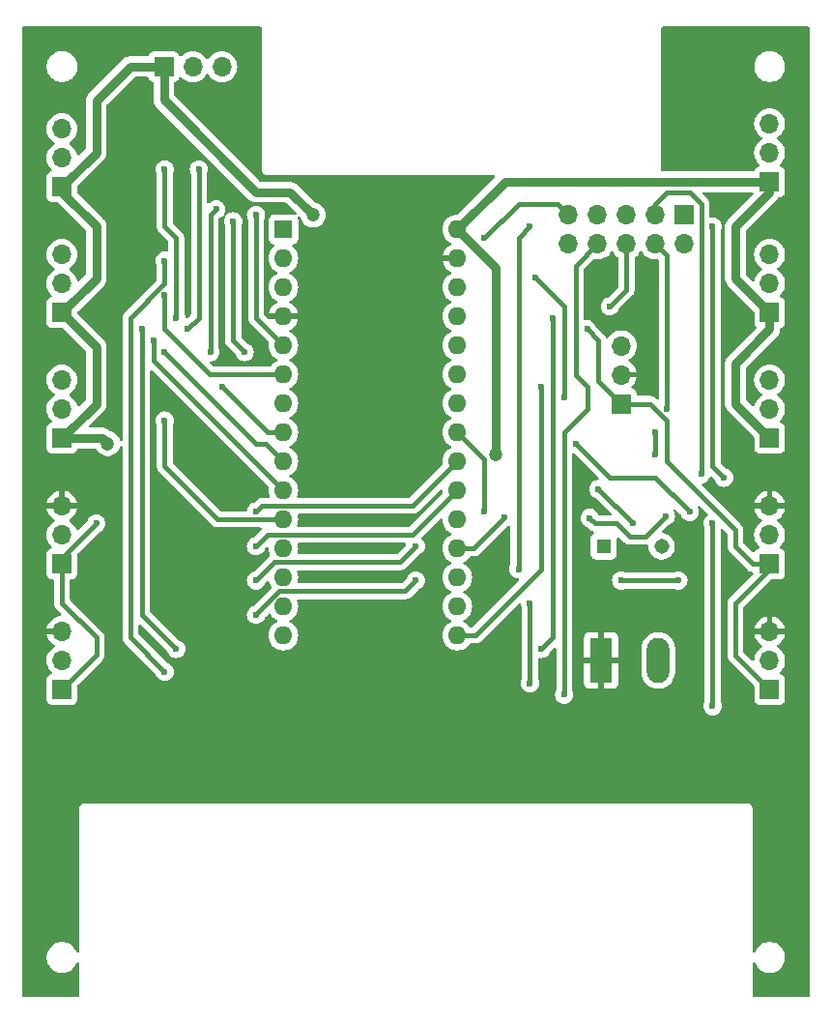
<source format=gbr>
%TF.GenerationSoftware,KiCad,Pcbnew,8.0.4*%
%TF.CreationDate,2025-01-16T20:27:33-05:00*%
%TF.ProjectId,eclipseControlPCB,65636c69-7073-4654-936f-6e74726f6c50,rev?*%
%TF.SameCoordinates,Original*%
%TF.FileFunction,Copper,L2,Bot*%
%TF.FilePolarity,Positive*%
%FSLAX46Y46*%
G04 Gerber Fmt 4.6, Leading zero omitted, Abs format (unit mm)*
G04 Created by KiCad (PCBNEW 8.0.4) date 2025-01-16 20:27:33*
%MOMM*%
%LPD*%
G01*
G04 APERTURE LIST*
%TA.AperFunction,ComponentPad*%
%ADD10R,1.700000X1.700000*%
%TD*%
%TA.AperFunction,ComponentPad*%
%ADD11O,1.700000X1.700000*%
%TD*%
%TA.AperFunction,ComponentPad*%
%ADD12R,1.600000X1.600000*%
%TD*%
%TA.AperFunction,ComponentPad*%
%ADD13O,1.600000X1.600000*%
%TD*%
%TA.AperFunction,ComponentPad*%
%ADD14R,1.980000X3.960000*%
%TD*%
%TA.AperFunction,ComponentPad*%
%ADD15O,1.980000X3.960000*%
%TD*%
%TA.AperFunction,ComponentPad*%
%ADD16R,1.308000X1.308000*%
%TD*%
%TA.AperFunction,ComponentPad*%
%ADD17C,1.308000*%
%TD*%
%TA.AperFunction,ViaPad*%
%ADD18C,0.600000*%
%TD*%
%TA.AperFunction,ViaPad*%
%ADD19C,1.200000*%
%TD*%
%TA.AperFunction,Conductor*%
%ADD20C,0.400000*%
%TD*%
%TA.AperFunction,Conductor*%
%ADD21C,0.800000*%
%TD*%
G04 APERTURE END LIST*
D10*
%TO.P,J12,1,Pin_1*%
%TO.N,ArduinoVIN*%
X26000000Y-34525000D03*
D11*
%TO.P,J12,2,Pin_2*%
%TO.N,DIST_CL_INT*%
X26000000Y-31985000D03*
%TO.P,J12,3,Pin_3*%
%TO.N,Net-(J12-Pin_3)*%
X26000000Y-29445000D03*
%TD*%
D10*
%TO.P,J3,1,Pin_1*%
%TO.N,ArduinoVIN*%
X88000000Y-56525000D03*
D11*
%TO.P,J3,2,Pin_2*%
%TO.N,DIST_R_INT*%
X88000000Y-53985000D03*
%TO.P,J3,3,Pin_3*%
%TO.N,Net-(J3-Pin_3)*%
X88000000Y-51445000D03*
%TD*%
D10*
%TO.P,J8,1,Pin_1*%
%TO.N,Arduino5V*%
X75000000Y-53525000D03*
D11*
%TO.P,J8,2,Pin_2*%
%TO.N,GND*%
X75000000Y-50985000D03*
%TO.P,J8,3,Pin_3*%
%TO.N,START_SIGNAL*%
X75000000Y-48445000D03*
%TD*%
D10*
%TO.P,J2,1,Pin_1*%
%TO.N,ArduinoVIN*%
X26000000Y-56525000D03*
D11*
%TO.P,J2,2,Pin_2*%
%TO.N,DIST_L_INT*%
X26000000Y-53985000D03*
%TO.P,J2,3,Pin_3*%
%TO.N,Net-(J2-Pin_3)*%
X26000000Y-51445000D03*
%TD*%
D10*
%TO.P,J10,1,Pin_1*%
%TO.N,Arduino5V*%
X88000000Y-78555000D03*
D11*
%TO.P,J10,2,Pin_2*%
%TO.N,RB_INT*%
X88000000Y-76015000D03*
%TO.P,J10,3,Pin_3*%
%TO.N,GND*%
X88000000Y-73475000D03*
%TD*%
D10*
%TO.P,J6,1,Pin_1*%
%TO.N,ArduinoVIN*%
X26000000Y-45540000D03*
D11*
%TO.P,J6,2,Pin_2*%
%TO.N,DIST_LM_INT*%
X26000000Y-43000000D03*
%TO.P,J6,3,Pin_3*%
%TO.N,Net-(J6-Pin_3)*%
X26000000Y-40460000D03*
%TD*%
D10*
%TO.P,J15,1,Pin_1*%
%TO.N,ArduinoVIN*%
X88000000Y-34080000D03*
D11*
%TO.P,J15,2,Pin_2*%
%TO.N,DIST_CR_INT*%
X88000000Y-31540000D03*
%TO.P,J15,3,Pin_3*%
%TO.N,Net-(J15-Pin_3)*%
X88000000Y-29000000D03*
%TD*%
D10*
%TO.P,J5,1,Pin_1*%
%TO.N,Arduino5V*%
X26000000Y-67540000D03*
D11*
%TO.P,J5,2,Pin_2*%
%TO.N,LF_INT*%
X26000000Y-65000000D03*
%TO.P,J5,3,Pin_3*%
%TO.N,GND*%
X26000000Y-62460000D03*
%TD*%
D10*
%TO.P,J11,1,Pin_1*%
%TO.N,Arduino5V*%
X26000000Y-78525000D03*
D11*
%TO.P,J11,2,Pin_2*%
%TO.N,LB_INT*%
X26000000Y-75985000D03*
%TO.P,J11,3,Pin_3*%
%TO.N,GND*%
X26000000Y-73445000D03*
%TD*%
D10*
%TO.P,J4,1,Pin_1*%
%TO.N,ArduinoVIN*%
X34920000Y-24000000D03*
D11*
%TO.P,J4,2,Pin_2*%
%TO.N,DIST_C_INT*%
X37460000Y-24000000D03*
%TO.P,J4,3,Pin_3*%
%TO.N,Net-(J4-Pin_3)*%
X40000000Y-24000000D03*
%TD*%
D12*
%TO.P,A1,1,D1/TX*%
%TO.N,PS4*%
X45390000Y-38254800D03*
D13*
%TO.P,A1,2,D0/RX*%
%TO.N,PS3*%
X45390000Y-40794800D03*
%TO.P,A1,3,~{RESET}*%
%TO.N,unconnected-(A1-~{RESET}-Pad3)*%
X45390000Y-43334800D03*
%TO.P,A1,4,GND*%
%TO.N,GND*%
X45390000Y-45874800D03*
%TO.P,A1,5,D2*%
%TO.N,ODIST_RM_INT*%
X45390000Y-48414800D03*
%TO.P,A1,6,D3*%
%TO.N,ODIST_LM_INT*%
X45390000Y-50954800D03*
%TO.P,A1,7,D4*%
%TO.N,ODIST_R_INT*%
X45390000Y-53494800D03*
%TO.P,A1,8,D5*%
%TO.N,ODIST_CR_INT*%
X45390000Y-56034800D03*
%TO.P,A1,9,D6*%
%TO.N,ODIST_C_INT*%
X45390000Y-58574800D03*
%TO.P,A1,10,D7*%
%TO.N,ODIST_CL_INT*%
X45390000Y-61114800D03*
%TO.P,A1,11,D8*%
%TO.N,ODIST_L_INT*%
X45390000Y-63654800D03*
%TO.P,A1,12,D9*%
%TO.N,MDC2_1*%
X45390000Y-66194800D03*
%TO.P,A1,13,D10*%
%TO.N,MDC1PWM*%
X45390000Y-68734800D03*
%TO.P,A1,14,D11*%
%TO.N,MDC2PWM*%
X45390000Y-71274800D03*
%TO.P,A1,15,D12*%
%TO.N,MDC1_1*%
X45390000Y-73814800D03*
%TO.P,A1,16,D13*%
%TO.N,START_SIGNAL*%
X60630000Y-73814800D03*
%TO.P,A1,17,3V3*%
%TO.N,unconnected-(A1-3V3-Pad17)*%
X60630000Y-71274800D03*
%TO.P,A1,18,AREF*%
%TO.N,unconnected-(A1-AREF-Pad18)*%
X60630000Y-68734800D03*
%TO.P,A1,19,A0*%
%TO.N,MDC1_2*%
X60630000Y-66194800D03*
%TO.P,A1,20,A1*%
%TO.N,MDC2_2*%
X60630000Y-63654800D03*
%TO.P,A1,21,A2*%
%TO.N,LB_INT*%
X60630000Y-61114800D03*
%TO.P,A1,22,A3*%
%TO.N,LF_INT*%
X60630000Y-58574800D03*
%TO.P,A1,23,A4*%
%TO.N,RB_INT*%
X60630000Y-56034800D03*
%TO.P,A1,24,A5*%
%TO.N,RF_INT*%
X60630000Y-53494800D03*
%TO.P,A1,25,A6*%
%TO.N,PS2*%
X60630000Y-50954800D03*
%TO.P,A1,26,A7*%
%TO.N,PS1*%
X60630000Y-48414800D03*
%TO.P,A1,27,+5V*%
%TO.N,Arduino5V*%
X60630000Y-45874800D03*
%TO.P,A1,28,~{RESET}*%
%TO.N,unconnected-(A1-~{RESET}-Pad28)*%
X60630000Y-43334800D03*
%TO.P,A1,29,GND*%
%TO.N,GND*%
X60630000Y-40794800D03*
%TO.P,A1,30,VIN*%
%TO.N,ArduinoVIN*%
X60630000Y-38254800D03*
%TD*%
D14*
%TO.P,J9,1,Pin_1*%
%TO.N,GND*%
X73235000Y-76000000D03*
D15*
%TO.P,J9,2,Pin_2*%
%TO.N,Net-(J9-Pin_2)*%
X78235000Y-76000000D03*
%TD*%
D10*
%TO.P,J7,1,Pin_1*%
%TO.N,ArduinoVIN*%
X88000000Y-45540000D03*
D11*
%TO.P,J7,2,Pin_2*%
%TO.N,DIST_RM_INT*%
X88000000Y-43000000D03*
%TO.P,J7,3,Pin_3*%
%TO.N,Net-(J7-Pin_3)*%
X88000000Y-40460000D03*
%TD*%
D16*
%TO.P,SW2,1,A*%
%TO.N,Net-(SW2-A)*%
X73460000Y-66000000D03*
D17*
%TO.P,SW2,3,B*%
%TO.N,Net-(J9-Pin_2)*%
X78540000Y-66000000D03*
%TD*%
D10*
%TO.P,J1,1,Pin_1*%
%TO.N,Arduino5V*%
X88000000Y-67555000D03*
D11*
%TO.P,J1,2,Pin_2*%
%TO.N,RF_INT*%
X88000000Y-65015000D03*
%TO.P,J1,3,Pin_3*%
%TO.N,GND*%
X88000000Y-62475000D03*
%TD*%
D10*
%TO.P,J16,1,Pin_1*%
%TO.N,GND*%
X80540000Y-37000000D03*
D11*
%TO.P,J16,2,Pin_2*%
%TO.N,unconnected-(J16-Pin_2-Pad2)*%
X80540000Y-39540000D03*
%TO.P,J16,3,Pin_3*%
%TO.N,MDC1_2*%
X78000000Y-37000000D03*
%TO.P,J16,4,Pin_4*%
%TO.N,MDC2_2*%
X78000000Y-39540000D03*
%TO.P,J16,5,Pin_5*%
%TO.N,MDC1_1*%
X75460000Y-37000000D03*
%TO.P,J16,6,Pin_6*%
%TO.N,MDC2_1*%
X75460000Y-39540000D03*
%TO.P,J16,7,Pin_7*%
%TO.N,MDC1PWM*%
X72920000Y-37000000D03*
%TO.P,J16,8,Pin_8*%
%TO.N,MDC2PWM*%
X72920000Y-39540000D03*
%TO.P,J16,9,Pin_9*%
%TO.N,Arduino5V*%
X70380000Y-37000000D03*
%TO.P,J16,10,Pin_10*%
%TO.N,unconnected-(J16-Pin_10-Pad10)*%
X70380000Y-39540000D03*
%TD*%
D18*
%TO.N,ODIST_CR_INT*%
X40000000Y-52000000D03*
X39000000Y-49000000D03*
X39500000Y-36500000D03*
%TO.N,GND*%
X54485640Y-58184428D03*
X90002113Y-83538960D03*
X51391268Y-54874169D03*
X48000000Y-42000000D03*
X55960481Y-56693012D03*
X27723057Y-81714582D03*
X63000000Y-68000000D03*
X54615977Y-66088704D03*
X51000000Y-42000000D03*
X58000000Y-42000000D03*
X58000000Y-48000000D03*
X47457337Y-55857652D03*
X90000000Y-82000000D03*
X48766771Y-60399426D03*
X50813406Y-60399426D03*
X56000000Y-55000000D03*
X50815316Y-58348723D03*
X56338016Y-63661983D03*
X63000000Y-70000000D03*
X55000000Y-42000000D03*
X56000000Y-53000000D03*
X47562254Y-52206011D03*
X47481324Y-54802207D03*
X54613232Y-61547863D03*
X24507355Y-81714582D03*
X48786379Y-58317021D03*
%TO.N,ODIST_L_INT*%
X35000000Y-55000000D03*
%TO.N,ODIST_RM_INT*%
X43000000Y-37000000D03*
%TO.N,ODIST_C_INT*%
X38000000Y-33000000D03*
X35000000Y-49000000D03*
X37000000Y-47000000D03*
%TO.N,ODIST_LM_INT*%
X35000000Y-44000000D03*
%TO.N,ODIST_CL_INT*%
X35000000Y-33000000D03*
X36000000Y-46000000D03*
X34000000Y-48000000D03*
%TO.N,ODIST_R_INT*%
X42000000Y-49000000D03*
X67500000Y-42500000D03*
X41000000Y-37554800D03*
X70000000Y-53000000D03*
%TO.N,Arduino5V*%
X29000000Y-64000000D03*
X63000000Y-39000000D03*
X72000000Y-47000000D03*
%TO.N,LB_INT*%
X43000000Y-66000000D03*
%TO.N,RF_INT*%
X81000000Y-63000000D03*
X71000000Y-57000000D03*
%TO.N,MDC2_1*%
X68000000Y-75000000D03*
X69000000Y-46000000D03*
X74000000Y-45000000D03*
%TO.N,MDC1_2*%
X64733545Y-63483125D03*
X78904183Y-63348917D03*
X72244155Y-63525252D03*
X82000000Y-59685297D03*
%TO.N,MDC1_1*%
X84000000Y-60000000D03*
X83000000Y-38000000D03*
X83000000Y-64000000D03*
X83000000Y-80000000D03*
%TO.N,PS4*%
X35000000Y-77000000D03*
X35000000Y-41000000D03*
%TO.N,PS2*%
X57000000Y-69000000D03*
X43000000Y-72000000D03*
%TO.N,RB_INT*%
X63000000Y-63000000D03*
X75000000Y-69000000D03*
X80000000Y-69000000D03*
%TO.N,LF_INT*%
X43000000Y-62954800D03*
%TO.N,MDC2_2*%
X79000000Y-54000000D03*
X73000000Y-61000000D03*
X78000000Y-58000000D03*
X78000000Y-56000000D03*
X76000000Y-64000000D03*
%TO.N,PS3*%
X36000000Y-75000000D03*
X33000000Y-47000000D03*
%TO.N,PS1*%
X57000000Y-66000000D03*
X43000000Y-69000000D03*
%TO.N,START_SIGNAL*%
X68000000Y-52000000D03*
D19*
%TO.N,ArduinoVIN*%
X64000000Y-58000000D03*
X48000000Y-37000000D03*
X30000000Y-57000000D03*
D18*
%TO.N,MDC2PWM*%
X70000000Y-79000000D03*
%TO.N,MDC1PWM*%
X67000000Y-71000000D03*
X66000000Y-68000000D03*
X67000000Y-38000000D03*
X67000000Y-78000000D03*
%TD*%
D20*
%TO.N,ODIST_CR_INT*%
X39500000Y-36500000D02*
X39000000Y-37000000D01*
X39000000Y-37000000D02*
X39000000Y-49000000D01*
X40000000Y-52000000D02*
X44034800Y-56034800D01*
X44034800Y-56034800D02*
X45390000Y-56034800D01*
%TO.N,GND*%
X52017161Y-61547803D02*
X54602066Y-61547803D01*
X47457337Y-55857652D02*
X47457337Y-56987979D01*
X48786379Y-58317021D02*
X52017161Y-61547803D01*
X47457337Y-56987979D02*
X48786379Y-58317021D01*
%TO.N,ODIST_L_INT*%
X35000000Y-55000000D02*
X35000000Y-59000000D01*
X39654800Y-63654800D02*
X45390000Y-63654800D01*
X35000000Y-59000000D02*
X39654800Y-63654800D01*
%TO.N,ODIST_RM_INT*%
X43000000Y-46024800D02*
X45390000Y-48414800D01*
X43000000Y-37000000D02*
X43000000Y-46024800D01*
%TO.N,ODIST_C_INT*%
X35000000Y-49000000D02*
X43000000Y-57000000D01*
X43000000Y-57000000D02*
X43815200Y-57000000D01*
X43815200Y-57000000D02*
X45390000Y-58574800D01*
X38000000Y-46000000D02*
X37000000Y-47000000D01*
X38000000Y-33000000D02*
X38000000Y-46000000D01*
%TO.N,ODIST_LM_INT*%
X38954800Y-50954800D02*
X45390000Y-50954800D01*
X35000000Y-47000000D02*
X38954800Y-50954800D01*
X35000000Y-44000000D02*
X35000000Y-47000000D01*
%TO.N,ODIST_CL_INT*%
X34000000Y-49724800D02*
X45390000Y-61114800D01*
X35000000Y-38000000D02*
X36000000Y-39000000D01*
X35000000Y-33000000D02*
X35000000Y-38000000D01*
X34000000Y-48000000D02*
X34000000Y-49724800D01*
X36000000Y-39000000D02*
X36000000Y-46000000D01*
%TO.N,ODIST_R_INT*%
X41000000Y-48000000D02*
X42000000Y-49000000D01*
X41000000Y-37554800D02*
X41000000Y-48000000D01*
X67500000Y-42500000D02*
X70000000Y-45000000D01*
X70000000Y-45000000D02*
X70000000Y-53000000D01*
%TO.N,Arduino5V*%
X79000000Y-58600463D02*
X85000000Y-64600463D01*
X29000000Y-74000000D02*
X26000000Y-71000000D01*
X88000000Y-67555000D02*
X88000000Y-68000000D01*
X73000000Y-51525000D02*
X75000000Y-53525000D01*
X85000000Y-64600463D02*
X85000000Y-66000000D01*
X79000000Y-55000000D02*
X79000000Y-58600463D01*
X72000000Y-47000000D02*
X73000000Y-48000000D01*
X77525000Y-53525000D02*
X79000000Y-55000000D01*
X26000000Y-67000000D02*
X29000000Y-64000000D01*
X69380000Y-36000000D02*
X70380000Y-37000000D01*
X86555000Y-67555000D02*
X88000000Y-67555000D01*
X63000000Y-39000000D02*
X66000000Y-36000000D01*
X85000000Y-75555000D02*
X88000000Y-78555000D01*
X85000000Y-66000000D02*
X86555000Y-67555000D01*
X85000000Y-71000000D02*
X85000000Y-75555000D01*
X66000000Y-36000000D02*
X69380000Y-36000000D01*
X26000000Y-71000000D02*
X26000000Y-67540000D01*
X29000000Y-75525000D02*
X29000000Y-74000000D01*
X26000000Y-67540000D02*
X26000000Y-67000000D01*
X75000000Y-53525000D02*
X77525000Y-53525000D01*
X88000000Y-68000000D02*
X85000000Y-71000000D01*
X26000000Y-78525000D02*
X29000000Y-75525000D01*
X73000000Y-48000000D02*
X73000000Y-51525000D01*
%TO.N,LB_INT*%
X44005200Y-64994800D02*
X56750000Y-64994800D01*
X43000000Y-66000000D02*
X44005200Y-64994800D01*
X56750000Y-64994800D02*
X60630000Y-61114800D01*
%TO.N,RF_INT*%
X81000000Y-63000000D02*
X78000000Y-60000000D01*
X78000000Y-60000000D02*
X74000000Y-60000000D01*
X74000000Y-60000000D02*
X71000000Y-57000000D01*
%TO.N,MDC2_1*%
X69000000Y-74000000D02*
X69000000Y-46000000D01*
X74000000Y-45000000D02*
X75460000Y-43540000D01*
X68000000Y-75000000D02*
X69000000Y-74000000D01*
X75460000Y-43540000D02*
X75460000Y-39540000D01*
%TO.N,MDC1_2*%
X77086578Y-65166522D02*
X78904183Y-63348917D01*
X75730158Y-65166522D02*
X77086578Y-65166522D01*
X72244155Y-63525252D02*
X72732467Y-64013564D01*
X74577200Y-64013564D02*
X75730158Y-65166522D01*
X60630000Y-66194800D02*
X62021870Y-66194800D01*
X81000000Y-35000000D02*
X82000000Y-36000000D01*
X72732467Y-64013564D02*
X74577200Y-64013564D01*
X79000000Y-35000000D02*
X81000000Y-35000000D01*
X82000000Y-36000000D02*
X82000000Y-59685297D01*
X62021870Y-66194800D02*
X64733545Y-63483125D01*
X78000000Y-36000000D02*
X79000000Y-35000000D01*
X78000000Y-37000000D02*
X78000000Y-36000000D01*
%TO.N,MDC1_1*%
X83000000Y-38000000D02*
X83000000Y-59000000D01*
X83000000Y-80000000D02*
X83000000Y-64000000D01*
X83000000Y-59000000D02*
X84000000Y-60000000D01*
%TO.N,PS4*%
X35000000Y-77000000D02*
X32000000Y-74000000D01*
X32000000Y-74000000D02*
X32000000Y-46000000D01*
X35000000Y-43000000D02*
X35000000Y-41000000D01*
X32000000Y-46000000D02*
X35000000Y-43000000D01*
%TO.N,PS2*%
X43000000Y-71967743D02*
X43000000Y-72000000D01*
X56065200Y-69934800D02*
X45032943Y-69934800D01*
X57000000Y-69000000D02*
X56065200Y-69934800D01*
X45032943Y-69934800D02*
X43000000Y-71967743D01*
%TO.N,RB_INT*%
X63000000Y-63000000D02*
X63000000Y-58404800D01*
X80000000Y-69000000D02*
X75000000Y-69000000D01*
X63000000Y-58404800D02*
X60630000Y-56034800D01*
%TO.N,LF_INT*%
X56750000Y-62454800D02*
X60630000Y-58574800D01*
X43500000Y-62454800D02*
X56750000Y-62454800D01*
X43000000Y-62954800D02*
X43500000Y-62454800D01*
%TO.N,MDC2_2*%
X78000000Y-58000000D02*
X78000000Y-56000000D01*
X79000000Y-54000000D02*
X79000000Y-40540000D01*
X79000000Y-40540000D02*
X78000000Y-39540000D01*
X73000000Y-61000000D02*
X76000000Y-64000000D01*
%TO.N,PS3*%
X33000000Y-72000000D02*
X33000000Y-47000000D01*
X36000000Y-75000000D02*
X33000000Y-72000000D01*
%TO.N,PS1*%
X43000000Y-69000000D02*
X44605200Y-67394800D01*
X44605200Y-67394800D02*
X55605200Y-67394800D01*
X55605200Y-67394800D02*
X57000000Y-66000000D01*
%TO.N,START_SIGNAL*%
X62185200Y-73814800D02*
X60630000Y-73814800D01*
X68000000Y-52000000D02*
X68000000Y-68000000D01*
X68000000Y-68000000D02*
X62185200Y-73814800D01*
D21*
%TO.N,ArduinoVIN*%
X26000000Y-56525000D02*
X29525000Y-56525000D01*
X88000000Y-35000000D02*
X85000000Y-38000000D01*
X29000000Y-48540000D02*
X29000000Y-53525000D01*
X64804800Y-34080000D02*
X60630000Y-38254800D01*
X34920000Y-26920000D02*
X34920000Y-24000000D01*
X26000000Y-45540000D02*
X29000000Y-48540000D01*
X29000000Y-27000000D02*
X29000000Y-31525000D01*
X32000000Y-24000000D02*
X29000000Y-27000000D01*
X85000000Y-38000000D02*
X85000000Y-42540000D01*
X34920000Y-24000000D02*
X32000000Y-24000000D01*
X26000000Y-34525000D02*
X26000000Y-35000000D01*
X64000000Y-41624800D02*
X60630000Y-38254800D01*
X29000000Y-42540000D02*
X26000000Y-45540000D01*
X88000000Y-34080000D02*
X88000000Y-35000000D01*
X85000000Y-50000000D02*
X85000000Y-53525000D01*
X46000000Y-35000000D02*
X43000000Y-35000000D01*
X29000000Y-38000000D02*
X29000000Y-42540000D01*
X85000000Y-42540000D02*
X88000000Y-45540000D01*
X64000000Y-58000000D02*
X64000000Y-41624800D01*
X88000000Y-47000000D02*
X85000000Y-50000000D01*
X88000000Y-34080000D02*
X64804800Y-34080000D01*
X29000000Y-53525000D02*
X26000000Y-56525000D01*
X29525000Y-56525000D02*
X30000000Y-57000000D01*
X48000000Y-37000000D02*
X46000000Y-35000000D01*
X43000000Y-35000000D02*
X34920000Y-26920000D01*
X85000000Y-53525000D02*
X88000000Y-56525000D01*
X88000000Y-45540000D02*
X88000000Y-47000000D01*
X29000000Y-31525000D02*
X26000000Y-34525000D01*
X26000000Y-35000000D02*
X29000000Y-38000000D01*
D20*
%TO.N,MDC2PWM*%
X72000000Y-52000000D02*
X71000000Y-51000000D01*
X72000000Y-54000000D02*
X72000000Y-52000000D01*
X70000000Y-79000000D02*
X70000000Y-56000000D01*
X70000000Y-56000000D02*
X72000000Y-54000000D01*
X71000000Y-51000000D02*
X71000000Y-41460000D01*
X71000000Y-41460000D02*
X72920000Y-39540000D01*
%TO.N,MDC1PWM*%
X66000000Y-68000000D02*
X66000000Y-39000000D01*
X66000000Y-39000000D02*
X67000000Y-38000000D01*
X67000000Y-78000000D02*
X67000000Y-71000000D01*
%TD*%
%TA.AperFunction,Conductor*%
%TO.N,GND*%
G36*
X43442539Y-20520185D02*
G01*
X43488294Y-20572989D01*
X43499500Y-20624500D01*
X43499500Y-32934108D01*
X43499500Y-33065892D01*
X43516554Y-33129539D01*
X43533608Y-33193187D01*
X43555557Y-33231203D01*
X43599500Y-33307314D01*
X43692686Y-33400500D01*
X43806814Y-33466392D01*
X43934108Y-33500500D01*
X63811439Y-33500500D01*
X63878478Y-33520185D01*
X63924233Y-33572989D01*
X63934177Y-33642147D01*
X63905152Y-33705703D01*
X63899120Y-33712181D01*
X60696945Y-36914353D01*
X60635622Y-36947838D01*
X60620072Y-36950200D01*
X60403312Y-36969164D01*
X60403302Y-36969166D01*
X60183511Y-37028058D01*
X60183502Y-37028061D01*
X59977267Y-37124231D01*
X59977265Y-37124232D01*
X59790858Y-37254754D01*
X59629954Y-37415658D01*
X59499432Y-37602065D01*
X59499431Y-37602067D01*
X59403261Y-37808302D01*
X59403258Y-37808311D01*
X59344366Y-38028102D01*
X59344364Y-38028113D01*
X59324532Y-38254798D01*
X59324532Y-38254801D01*
X59344364Y-38481486D01*
X59344366Y-38481497D01*
X59403258Y-38701288D01*
X59403261Y-38701297D01*
X59499431Y-38907532D01*
X59499432Y-38907534D01*
X59629954Y-39093941D01*
X59790858Y-39254845D01*
X59790861Y-39254847D01*
X59977266Y-39385368D01*
X60035865Y-39412693D01*
X60088305Y-39458865D01*
X60107457Y-39526058D01*
X60087242Y-39592939D01*
X60035867Y-39637457D01*
X59977515Y-39664667D01*
X59791179Y-39795142D01*
X59630342Y-39955979D01*
X59499865Y-40142317D01*
X59403734Y-40348473D01*
X59403730Y-40348482D01*
X59351127Y-40544799D01*
X59351128Y-40544800D01*
X60196988Y-40544800D01*
X60164075Y-40601807D01*
X60130000Y-40728974D01*
X60130000Y-40860626D01*
X60164075Y-40987793D01*
X60196988Y-41044800D01*
X59351128Y-41044800D01*
X59403730Y-41241117D01*
X59403734Y-41241126D01*
X59499865Y-41447282D01*
X59630342Y-41633620D01*
X59791179Y-41794457D01*
X59977518Y-41924934D01*
X59977520Y-41924935D01*
X60035865Y-41952142D01*
X60088305Y-41998314D01*
X60107457Y-42065507D01*
X60087242Y-42132389D01*
X60035867Y-42176905D01*
X59977268Y-42204231D01*
X59977264Y-42204233D01*
X59790858Y-42334754D01*
X59629954Y-42495658D01*
X59499432Y-42682065D01*
X59499431Y-42682067D01*
X59403261Y-42888302D01*
X59403258Y-42888311D01*
X59344366Y-43108102D01*
X59344364Y-43108113D01*
X59324532Y-43334798D01*
X59324532Y-43334801D01*
X59344364Y-43561486D01*
X59344366Y-43561497D01*
X59403258Y-43781288D01*
X59403261Y-43781297D01*
X59499431Y-43987532D01*
X59499432Y-43987534D01*
X59629954Y-44173941D01*
X59790858Y-44334845D01*
X59790861Y-44334847D01*
X59977266Y-44465368D01*
X60035275Y-44492418D01*
X60087714Y-44538591D01*
X60106866Y-44605784D01*
X60086650Y-44672665D01*
X60035275Y-44717182D01*
X59977267Y-44744231D01*
X59977265Y-44744232D01*
X59790858Y-44874754D01*
X59629954Y-45035658D01*
X59499432Y-45222065D01*
X59499431Y-45222067D01*
X59403261Y-45428302D01*
X59403258Y-45428311D01*
X59344366Y-45648102D01*
X59344364Y-45648113D01*
X59324532Y-45874798D01*
X59324532Y-45874801D01*
X59344364Y-46101486D01*
X59344366Y-46101497D01*
X59403258Y-46321288D01*
X59403261Y-46321297D01*
X59499431Y-46527532D01*
X59499432Y-46527534D01*
X59629954Y-46713941D01*
X59790858Y-46874845D01*
X59796285Y-46878645D01*
X59977266Y-47005368D01*
X60034681Y-47032141D01*
X60035275Y-47032418D01*
X60087714Y-47078591D01*
X60106866Y-47145784D01*
X60086650Y-47212665D01*
X60035275Y-47257182D01*
X59977267Y-47284231D01*
X59977265Y-47284232D01*
X59790858Y-47414754D01*
X59629954Y-47575658D01*
X59499432Y-47762065D01*
X59499431Y-47762067D01*
X59403261Y-47968302D01*
X59403258Y-47968311D01*
X59344366Y-48188102D01*
X59344364Y-48188113D01*
X59324532Y-48414798D01*
X59324532Y-48414801D01*
X59344364Y-48641486D01*
X59344366Y-48641497D01*
X59403258Y-48861288D01*
X59403261Y-48861297D01*
X59499431Y-49067532D01*
X59499432Y-49067534D01*
X59629954Y-49253941D01*
X59790858Y-49414845D01*
X59790861Y-49414847D01*
X59977266Y-49545368D01*
X60035275Y-49572418D01*
X60087714Y-49618591D01*
X60106866Y-49685784D01*
X60086650Y-49752665D01*
X60035275Y-49797181D01*
X60027818Y-49800659D01*
X59977267Y-49824231D01*
X59977265Y-49824232D01*
X59790858Y-49954754D01*
X59629954Y-50115658D01*
X59499432Y-50302065D01*
X59499431Y-50302067D01*
X59403261Y-50508302D01*
X59403258Y-50508311D01*
X59344366Y-50728102D01*
X59344364Y-50728113D01*
X59324532Y-50954798D01*
X59324532Y-50954801D01*
X59344364Y-51181486D01*
X59344366Y-51181497D01*
X59403258Y-51401288D01*
X59403261Y-51401297D01*
X59499431Y-51607532D01*
X59499432Y-51607534D01*
X59629954Y-51793941D01*
X59790858Y-51954845D01*
X59790861Y-51954847D01*
X59977266Y-52085368D01*
X60035275Y-52112418D01*
X60087714Y-52158591D01*
X60106866Y-52225784D01*
X60086650Y-52292665D01*
X60035275Y-52337182D01*
X59977267Y-52364231D01*
X59977265Y-52364232D01*
X59790858Y-52494754D01*
X59629954Y-52655658D01*
X59499432Y-52842065D01*
X59499431Y-52842067D01*
X59403261Y-53048302D01*
X59403258Y-53048311D01*
X59344366Y-53268102D01*
X59344364Y-53268113D01*
X59324532Y-53494798D01*
X59324532Y-53494801D01*
X59344364Y-53721486D01*
X59344366Y-53721497D01*
X59403258Y-53941288D01*
X59403261Y-53941297D01*
X59499431Y-54147532D01*
X59499432Y-54147534D01*
X59629954Y-54333941D01*
X59790858Y-54494845D01*
X59790861Y-54494847D01*
X59977266Y-54625368D01*
X60035275Y-54652418D01*
X60087714Y-54698591D01*
X60106866Y-54765784D01*
X60086650Y-54832665D01*
X60035275Y-54877182D01*
X59977267Y-54904231D01*
X59977265Y-54904232D01*
X59790858Y-55034754D01*
X59629954Y-55195658D01*
X59499432Y-55382065D01*
X59499431Y-55382067D01*
X59403261Y-55588302D01*
X59403258Y-55588311D01*
X59344366Y-55808102D01*
X59344364Y-55808113D01*
X59324532Y-56034798D01*
X59324532Y-56034801D01*
X59344364Y-56261486D01*
X59344366Y-56261497D01*
X59403258Y-56481288D01*
X59403261Y-56481297D01*
X59499431Y-56687532D01*
X59499432Y-56687534D01*
X59629954Y-56873941D01*
X59790858Y-57034845D01*
X59790861Y-57034847D01*
X59977266Y-57165368D01*
X60035275Y-57192418D01*
X60087714Y-57238591D01*
X60106866Y-57305784D01*
X60086650Y-57372665D01*
X60035275Y-57417181D01*
X60033124Y-57418185D01*
X59977267Y-57444231D01*
X59977265Y-57444232D01*
X59790858Y-57574754D01*
X59629954Y-57735658D01*
X59499432Y-57922065D01*
X59499431Y-57922067D01*
X59403261Y-58128302D01*
X59403258Y-58128311D01*
X59344366Y-58348102D01*
X59344364Y-58348113D01*
X59324532Y-58574798D01*
X59324532Y-58574801D01*
X59344819Y-58806681D01*
X59331052Y-58875181D01*
X59308972Y-58905169D01*
X56496162Y-61717981D01*
X56434839Y-61751466D01*
X56408481Y-61754300D01*
X46721381Y-61754300D01*
X46654342Y-61734615D01*
X46608587Y-61681811D01*
X46598643Y-61612653D01*
X46608998Y-61577897D01*
X46610411Y-61574865D01*
X46616739Y-61561296D01*
X46675635Y-61341492D01*
X46695468Y-61114800D01*
X46675635Y-60888108D01*
X46616739Y-60668304D01*
X46520568Y-60462066D01*
X46390047Y-60275661D01*
X46390045Y-60275658D01*
X46229141Y-60114754D01*
X46042734Y-59984232D01*
X46042728Y-59984229D01*
X45984725Y-59957182D01*
X45932285Y-59911010D01*
X45913133Y-59843817D01*
X45933348Y-59776935D01*
X45984725Y-59732418D01*
X46042734Y-59705368D01*
X46229139Y-59574847D01*
X46390047Y-59413939D01*
X46520568Y-59227534D01*
X46616739Y-59021296D01*
X46675635Y-58801492D01*
X46695468Y-58574800D01*
X46691911Y-58534149D01*
X46680109Y-58399247D01*
X46675635Y-58348108D01*
X46616739Y-58128304D01*
X46520568Y-57922066D01*
X46390047Y-57735661D01*
X46390045Y-57735658D01*
X46229141Y-57574754D01*
X46042734Y-57444232D01*
X46042728Y-57444229D01*
X45996936Y-57422876D01*
X45984724Y-57417181D01*
X45932285Y-57371010D01*
X45913133Y-57303817D01*
X45933348Y-57236935D01*
X45984725Y-57192418D01*
X46042734Y-57165368D01*
X46229139Y-57034847D01*
X46390047Y-56873939D01*
X46520568Y-56687534D01*
X46616739Y-56481296D01*
X46675635Y-56261492D01*
X46695468Y-56034800D01*
X46675635Y-55808108D01*
X46616739Y-55588304D01*
X46520568Y-55382066D01*
X46390047Y-55195661D01*
X46390045Y-55195658D01*
X46229141Y-55034754D01*
X46042734Y-54904232D01*
X46042728Y-54904229D01*
X45984725Y-54877182D01*
X45932285Y-54831010D01*
X45913133Y-54763817D01*
X45933348Y-54696935D01*
X45984725Y-54652418D01*
X46042734Y-54625368D01*
X46229139Y-54494847D01*
X46390047Y-54333939D01*
X46520568Y-54147534D01*
X46616739Y-53941296D01*
X46675635Y-53721492D01*
X46693146Y-53521337D01*
X46695468Y-53494801D01*
X46695468Y-53494798D01*
X46679199Y-53308843D01*
X46675635Y-53268108D01*
X46616739Y-53048304D01*
X46520568Y-52842066D01*
X46390047Y-52655661D01*
X46390045Y-52655658D01*
X46229141Y-52494754D01*
X46042734Y-52364232D01*
X46042728Y-52364229D01*
X46011195Y-52349525D01*
X45984724Y-52337181D01*
X45932285Y-52291010D01*
X45913133Y-52223817D01*
X45933348Y-52156935D01*
X45984725Y-52112418D01*
X46042734Y-52085368D01*
X46229139Y-51954847D01*
X46390047Y-51793939D01*
X46520568Y-51607534D01*
X46616739Y-51401296D01*
X46675635Y-51181492D01*
X46693146Y-50981337D01*
X46695468Y-50954801D01*
X46695468Y-50954798D01*
X46689801Y-50890030D01*
X46675635Y-50728108D01*
X46616739Y-50508304D01*
X46520568Y-50302066D01*
X46390047Y-50115661D01*
X46390045Y-50115658D01*
X46229141Y-49954754D01*
X46042734Y-49824232D01*
X46042728Y-49824229D01*
X45992182Y-49800659D01*
X45984724Y-49797181D01*
X45932285Y-49751010D01*
X45913133Y-49683817D01*
X45933348Y-49616935D01*
X45984725Y-49572418D01*
X46042734Y-49545368D01*
X46229139Y-49414847D01*
X46390047Y-49253939D01*
X46520568Y-49067534D01*
X46616739Y-48861296D01*
X46675635Y-48641492D01*
X46695468Y-48414800D01*
X46675635Y-48188108D01*
X46625232Y-48000000D01*
X46616741Y-47968311D01*
X46616738Y-47968302D01*
X46599347Y-47931007D01*
X46520568Y-47762066D01*
X46390047Y-47575661D01*
X46390045Y-47575658D01*
X46229141Y-47414754D01*
X46042734Y-47284232D01*
X46042732Y-47284231D01*
X46014281Y-47270964D01*
X45984132Y-47256905D01*
X45931694Y-47210734D01*
X45912542Y-47143540D01*
X45932758Y-47076659D01*
X45984134Y-47032141D01*
X46042484Y-47004932D01*
X46228820Y-46874457D01*
X46389657Y-46713620D01*
X46520134Y-46527282D01*
X46616265Y-46321126D01*
X46616269Y-46321117D01*
X46668872Y-46124800D01*
X45823012Y-46124800D01*
X45855925Y-46067793D01*
X45890000Y-45940626D01*
X45890000Y-45808974D01*
X45855925Y-45681807D01*
X45823012Y-45624800D01*
X46668872Y-45624800D01*
X46668872Y-45624799D01*
X46616269Y-45428482D01*
X46616265Y-45428473D01*
X46520134Y-45222317D01*
X46389657Y-45035979D01*
X46228820Y-44875142D01*
X46042482Y-44744665D01*
X45984133Y-44717457D01*
X45931694Y-44671284D01*
X45912542Y-44604091D01*
X45932758Y-44537210D01*
X45984129Y-44492695D01*
X46042734Y-44465368D01*
X46229139Y-44334847D01*
X46390047Y-44173939D01*
X46520568Y-43987534D01*
X46616739Y-43781296D01*
X46675635Y-43561492D01*
X46695468Y-43334800D01*
X46675635Y-43108108D01*
X46616739Y-42888304D01*
X46520568Y-42682066D01*
X46390047Y-42495661D01*
X46390045Y-42495658D01*
X46229141Y-42334754D01*
X46042734Y-42204232D01*
X46042728Y-42204229D01*
X45984725Y-42177182D01*
X45932285Y-42131010D01*
X45913133Y-42063817D01*
X45933348Y-41996935D01*
X45984725Y-41952418D01*
X45985319Y-41952141D01*
X46042734Y-41925368D01*
X46229139Y-41794847D01*
X46390047Y-41633939D01*
X46520568Y-41447534D01*
X46616739Y-41241296D01*
X46675635Y-41021492D01*
X46695468Y-40794800D01*
X46675635Y-40568108D01*
X46616739Y-40348304D01*
X46520568Y-40142066D01*
X46390047Y-39955661D01*
X46390045Y-39955658D01*
X46229143Y-39794756D01*
X46204536Y-39777526D01*
X46160912Y-39722949D01*
X46153719Y-39653450D01*
X46185241Y-39591096D01*
X46245471Y-39555682D01*
X46262404Y-39552661D01*
X46297483Y-39548891D01*
X46432331Y-39498596D01*
X46547546Y-39412346D01*
X46633796Y-39297131D01*
X46684091Y-39162283D01*
X46690500Y-39102673D01*
X46690499Y-37406928D01*
X46684091Y-37347317D01*
X46669056Y-37307007D01*
X46651465Y-37259842D01*
X46646481Y-37190151D01*
X46679966Y-37128828D01*
X46741289Y-37095343D01*
X46810981Y-37100327D01*
X46855328Y-37128828D01*
X46884476Y-37157976D01*
X46916061Y-37211722D01*
X46969417Y-37399247D01*
X46969422Y-37399260D01*
X47060327Y-37581821D01*
X47183237Y-37744581D01*
X47333958Y-37881980D01*
X47333960Y-37881982D01*
X47389194Y-37916181D01*
X47507363Y-37989348D01*
X47697544Y-38063024D01*
X47898024Y-38100500D01*
X47898026Y-38100500D01*
X48101974Y-38100500D01*
X48101976Y-38100500D01*
X48302456Y-38063024D01*
X48492637Y-37989348D01*
X48666041Y-37881981D01*
X48816764Y-37744579D01*
X48939673Y-37581821D01*
X49030582Y-37399250D01*
X49086397Y-37203083D01*
X49105215Y-37000000D01*
X49100980Y-36954301D01*
X49086397Y-36796917D01*
X49069297Y-36736819D01*
X49030582Y-36600750D01*
X49030159Y-36599901D01*
X48979288Y-36497737D01*
X48939673Y-36418179D01*
X48857106Y-36308843D01*
X48816762Y-36255418D01*
X48666041Y-36118019D01*
X48666039Y-36118017D01*
X48492642Y-36010655D01*
X48492635Y-36010651D01*
X48302454Y-35936975D01*
X48227071Y-35922883D01*
X48164790Y-35891215D01*
X48162176Y-35888676D01*
X46574035Y-34300535D01*
X46574030Y-34300531D01*
X46514961Y-34261064D01*
X46514960Y-34261063D01*
X46426544Y-34201985D01*
X46426542Y-34201984D01*
X46344607Y-34168046D01*
X46344606Y-34168046D01*
X46262666Y-34134105D01*
X46262658Y-34134103D01*
X46088696Y-34099500D01*
X46088692Y-34099500D01*
X46088691Y-34099500D01*
X43424361Y-34099500D01*
X43357322Y-34079815D01*
X43336680Y-34063181D01*
X35856819Y-26583319D01*
X35823334Y-26521996D01*
X35820500Y-26495638D01*
X35820500Y-25451439D01*
X35840185Y-25384400D01*
X35892989Y-25338645D01*
X35901168Y-25335257D01*
X36012326Y-25293798D01*
X36012326Y-25293797D01*
X36012331Y-25293796D01*
X36127546Y-25207546D01*
X36213796Y-25092331D01*
X36262810Y-24960916D01*
X36304681Y-24904984D01*
X36370145Y-24880566D01*
X36438418Y-24895417D01*
X36466673Y-24916569D01*
X36588599Y-25038495D01*
X36685384Y-25106265D01*
X36782165Y-25174032D01*
X36782167Y-25174033D01*
X36782170Y-25174035D01*
X36996337Y-25273903D01*
X37224592Y-25335063D01*
X37397788Y-25350216D01*
X37459999Y-25355659D01*
X37460000Y-25355659D01*
X37460001Y-25355659D01*
X37518966Y-25350500D01*
X37695408Y-25335063D01*
X37923663Y-25273903D01*
X38137830Y-25174035D01*
X38331401Y-25038495D01*
X38498495Y-24871401D01*
X38628425Y-24685842D01*
X38683002Y-24642217D01*
X38752500Y-24635023D01*
X38814855Y-24666546D01*
X38831575Y-24685842D01*
X38961500Y-24871395D01*
X38961505Y-24871401D01*
X39128599Y-25038495D01*
X39225384Y-25106265D01*
X39322165Y-25174032D01*
X39322167Y-25174033D01*
X39322170Y-25174035D01*
X39536337Y-25273903D01*
X39764592Y-25335063D01*
X39937788Y-25350216D01*
X39999999Y-25355659D01*
X40000000Y-25355659D01*
X40000001Y-25355659D01*
X40058966Y-25350500D01*
X40235408Y-25335063D01*
X40463663Y-25273903D01*
X40677830Y-25174035D01*
X40871401Y-25038495D01*
X41038495Y-24871401D01*
X41174035Y-24677830D01*
X41273903Y-24463663D01*
X41335063Y-24235408D01*
X41355659Y-24000000D01*
X41335063Y-23764592D01*
X41273903Y-23536337D01*
X41174035Y-23322171D01*
X41168425Y-23314158D01*
X41038494Y-23128597D01*
X40871402Y-22961506D01*
X40871395Y-22961501D01*
X40677834Y-22825967D01*
X40677830Y-22825965D01*
X40677828Y-22825964D01*
X40463663Y-22726097D01*
X40463659Y-22726096D01*
X40463655Y-22726094D01*
X40235413Y-22664938D01*
X40235403Y-22664936D01*
X40000001Y-22644341D01*
X39999999Y-22644341D01*
X39764596Y-22664936D01*
X39764586Y-22664938D01*
X39536344Y-22726094D01*
X39536335Y-22726098D01*
X39322171Y-22825964D01*
X39322169Y-22825965D01*
X39128597Y-22961505D01*
X38961505Y-23128597D01*
X38831575Y-23314158D01*
X38776998Y-23357783D01*
X38707500Y-23364977D01*
X38645145Y-23333454D01*
X38628425Y-23314158D01*
X38498494Y-23128597D01*
X38331402Y-22961506D01*
X38331395Y-22961501D01*
X38137834Y-22825967D01*
X38137830Y-22825965D01*
X38137828Y-22825964D01*
X37923663Y-22726097D01*
X37923659Y-22726096D01*
X37923655Y-22726094D01*
X37695413Y-22664938D01*
X37695403Y-22664936D01*
X37460001Y-22644341D01*
X37459999Y-22644341D01*
X37224596Y-22664936D01*
X37224586Y-22664938D01*
X36996344Y-22726094D01*
X36996335Y-22726098D01*
X36782171Y-22825964D01*
X36782169Y-22825965D01*
X36588600Y-22961503D01*
X36466673Y-23083430D01*
X36405350Y-23116914D01*
X36335658Y-23111930D01*
X36279725Y-23070058D01*
X36262810Y-23039081D01*
X36213797Y-22907671D01*
X36213793Y-22907664D01*
X36127547Y-22792455D01*
X36127544Y-22792452D01*
X36012335Y-22706206D01*
X36012328Y-22706202D01*
X35877482Y-22655908D01*
X35877483Y-22655908D01*
X35817883Y-22649501D01*
X35817881Y-22649500D01*
X35817873Y-22649500D01*
X35817864Y-22649500D01*
X34022129Y-22649500D01*
X34022123Y-22649501D01*
X33962516Y-22655908D01*
X33827671Y-22706202D01*
X33827664Y-22706206D01*
X33712455Y-22792452D01*
X33712452Y-22792455D01*
X33626206Y-22907664D01*
X33626202Y-22907671D01*
X33584742Y-23018833D01*
X33542871Y-23074767D01*
X33477407Y-23099184D01*
X33468560Y-23099500D01*
X31911304Y-23099500D01*
X31737339Y-23134103D01*
X31737323Y-23134108D01*
X31621453Y-23182102D01*
X31621454Y-23182103D01*
X31573451Y-23201987D01*
X31438465Y-23292184D01*
X31438461Y-23292187D01*
X31425965Y-23300535D01*
X28300538Y-26425960D01*
X28300537Y-26425961D01*
X28261064Y-26485039D01*
X28261063Y-26485040D01*
X28201985Y-26573455D01*
X28168046Y-26655393D01*
X28134106Y-26737330D01*
X28134103Y-26737342D01*
X28115412Y-26831308D01*
X28115413Y-26831309D01*
X28099500Y-26911311D01*
X28099500Y-31100638D01*
X28079815Y-31167677D01*
X28063181Y-31188319D01*
X27522190Y-31729309D01*
X27460867Y-31762794D01*
X27391175Y-31757810D01*
X27335242Y-31715938D01*
X27314734Y-31673721D01*
X27273905Y-31521344D01*
X27273904Y-31521343D01*
X27273903Y-31521337D01*
X27174035Y-31307171D01*
X27172230Y-31304592D01*
X27038494Y-31113597D01*
X26871402Y-30946506D01*
X26871396Y-30946501D01*
X26685842Y-30816575D01*
X26642217Y-30761998D01*
X26635023Y-30692500D01*
X26666546Y-30630145D01*
X26685842Y-30613425D01*
X26708026Y-30597891D01*
X26871401Y-30483495D01*
X27038495Y-30316401D01*
X27174035Y-30122830D01*
X27273903Y-29908663D01*
X27335063Y-29680408D01*
X27355659Y-29445000D01*
X27335063Y-29209592D01*
X27273903Y-28981337D01*
X27174035Y-28767171D01*
X27172230Y-28764592D01*
X27038494Y-28573597D01*
X26871402Y-28406506D01*
X26871395Y-28406501D01*
X26677834Y-28270967D01*
X26677830Y-28270965D01*
X26677828Y-28270964D01*
X26463663Y-28171097D01*
X26463659Y-28171096D01*
X26463655Y-28171094D01*
X26235413Y-28109938D01*
X26235403Y-28109936D01*
X26000001Y-28089341D01*
X25999999Y-28089341D01*
X25764596Y-28109936D01*
X25764586Y-28109938D01*
X25536344Y-28171094D01*
X25536335Y-28171098D01*
X25322171Y-28270964D01*
X25322169Y-28270965D01*
X25128597Y-28406505D01*
X24961505Y-28573597D01*
X24825965Y-28767169D01*
X24825964Y-28767171D01*
X24726098Y-28981335D01*
X24726094Y-28981344D01*
X24664938Y-29209586D01*
X24664936Y-29209596D01*
X24644341Y-29444999D01*
X24644341Y-29445000D01*
X24664936Y-29680403D01*
X24664938Y-29680413D01*
X24726094Y-29908655D01*
X24726096Y-29908659D01*
X24726097Y-29908663D01*
X24786638Y-30038493D01*
X24825965Y-30122830D01*
X24825967Y-30122834D01*
X24961501Y-30316395D01*
X24961506Y-30316402D01*
X25128597Y-30483493D01*
X25128603Y-30483498D01*
X25314158Y-30613425D01*
X25357783Y-30668002D01*
X25364977Y-30737500D01*
X25333454Y-30799855D01*
X25314158Y-30816575D01*
X25128597Y-30946505D01*
X24961505Y-31113597D01*
X24825965Y-31307169D01*
X24825964Y-31307171D01*
X24726098Y-31521335D01*
X24726094Y-31521344D01*
X24664938Y-31749586D01*
X24664936Y-31749596D01*
X24644341Y-31984999D01*
X24644341Y-31985000D01*
X24664936Y-32220403D01*
X24664938Y-32220413D01*
X24726094Y-32448655D01*
X24726096Y-32448659D01*
X24726097Y-32448663D01*
X24749803Y-32499500D01*
X24825965Y-32662830D01*
X24825967Y-32662834D01*
X24961501Y-32856395D01*
X24961506Y-32856402D01*
X25083430Y-32978326D01*
X25116915Y-33039649D01*
X25111931Y-33109341D01*
X25070059Y-33165274D01*
X25039083Y-33182189D01*
X24907669Y-33231203D01*
X24907664Y-33231206D01*
X24792455Y-33317452D01*
X24792452Y-33317455D01*
X24706206Y-33432664D01*
X24706202Y-33432671D01*
X24655908Y-33567517D01*
X24649501Y-33627116D01*
X24649500Y-33627135D01*
X24649500Y-35422870D01*
X24649501Y-35422876D01*
X24655908Y-35482483D01*
X24706202Y-35617328D01*
X24706206Y-35617335D01*
X24792452Y-35732544D01*
X24792455Y-35732547D01*
X24907664Y-35818793D01*
X24907671Y-35818797D01*
X24926887Y-35825964D01*
X25042517Y-35869091D01*
X25102127Y-35875500D01*
X25550637Y-35875499D01*
X25617676Y-35895183D01*
X25638318Y-35911818D01*
X28063181Y-38336680D01*
X28096666Y-38398003D01*
X28099500Y-38424361D01*
X28099500Y-42115638D01*
X28079815Y-42182677D01*
X28063181Y-42203319D01*
X27522190Y-42744309D01*
X27460867Y-42777794D01*
X27391175Y-42772810D01*
X27335242Y-42730938D01*
X27314734Y-42688721D01*
X27273905Y-42536344D01*
X27273904Y-42536341D01*
X27273903Y-42536337D01*
X27174035Y-42322171D01*
X27126290Y-42253983D01*
X27038494Y-42128597D01*
X26871402Y-41961506D01*
X26871396Y-41961501D01*
X26685842Y-41831575D01*
X26642217Y-41776998D01*
X26635023Y-41707500D01*
X26666546Y-41645145D01*
X26685842Y-41628425D01*
X26817678Y-41536112D01*
X26871401Y-41498495D01*
X27038495Y-41331401D01*
X27174035Y-41137830D01*
X27273903Y-40923663D01*
X27335063Y-40695408D01*
X27355659Y-40460000D01*
X27335063Y-40224592D01*
X27288626Y-40051285D01*
X27273905Y-39996344D01*
X27273904Y-39996343D01*
X27273903Y-39996337D01*
X27174035Y-39782171D01*
X27132568Y-39722949D01*
X27038494Y-39588597D01*
X26871402Y-39421506D01*
X26871395Y-39421501D01*
X26858320Y-39412346D01*
X26768599Y-39349522D01*
X26677834Y-39285967D01*
X26677830Y-39285965D01*
X26611093Y-39254845D01*
X26463663Y-39186097D01*
X26463659Y-39186096D01*
X26463655Y-39186094D01*
X26235413Y-39124938D01*
X26235403Y-39124936D01*
X26000001Y-39104341D01*
X25999999Y-39104341D01*
X25764596Y-39124936D01*
X25764586Y-39124938D01*
X25536344Y-39186094D01*
X25536335Y-39186098D01*
X25322171Y-39285964D01*
X25322169Y-39285965D01*
X25128597Y-39421505D01*
X24961505Y-39588597D01*
X24825965Y-39782169D01*
X24825964Y-39782171D01*
X24726098Y-39996335D01*
X24726094Y-39996344D01*
X24664938Y-40224586D01*
X24664936Y-40224596D01*
X24644341Y-40459999D01*
X24644341Y-40460000D01*
X24664936Y-40695403D01*
X24664938Y-40695413D01*
X24726094Y-40923655D01*
X24726096Y-40923659D01*
X24726097Y-40923663D01*
X24807288Y-41097778D01*
X24825965Y-41137830D01*
X24825967Y-41137834D01*
X24961501Y-41331395D01*
X24961506Y-41331402D01*
X25128597Y-41498493D01*
X25128603Y-41498498D01*
X25314158Y-41628425D01*
X25357783Y-41683002D01*
X25364977Y-41752500D01*
X25333454Y-41814855D01*
X25314158Y-41831575D01*
X25128597Y-41961505D01*
X24961505Y-42128597D01*
X24825965Y-42322169D01*
X24825964Y-42322171D01*
X24726098Y-42536335D01*
X24726094Y-42536344D01*
X24664938Y-42764586D01*
X24664936Y-42764596D01*
X24644341Y-42999999D01*
X24644341Y-43000000D01*
X24664936Y-43235403D01*
X24664938Y-43235413D01*
X24726094Y-43463655D01*
X24726096Y-43463659D01*
X24726097Y-43463663D01*
X24771713Y-43561486D01*
X24825965Y-43677830D01*
X24825967Y-43677834D01*
X24898413Y-43781297D01*
X24961501Y-43871396D01*
X24961506Y-43871402D01*
X25083430Y-43993326D01*
X25116915Y-44054649D01*
X25111931Y-44124341D01*
X25070059Y-44180274D01*
X25039083Y-44197189D01*
X24907669Y-44246203D01*
X24907664Y-44246206D01*
X24792455Y-44332452D01*
X24792452Y-44332455D01*
X24706206Y-44447664D01*
X24706202Y-44447671D01*
X24655908Y-44582517D01*
X24651832Y-44620435D01*
X24649501Y-44642123D01*
X24649500Y-44642135D01*
X24649500Y-46437870D01*
X24649501Y-46437876D01*
X24655908Y-46497483D01*
X24706202Y-46632328D01*
X24706206Y-46632335D01*
X24792452Y-46747544D01*
X24792455Y-46747547D01*
X24907664Y-46833793D01*
X24907671Y-46833797D01*
X25042517Y-46884091D01*
X25042516Y-46884091D01*
X25049444Y-46884835D01*
X25102127Y-46890500D01*
X26025637Y-46890499D01*
X26092676Y-46910183D01*
X26113318Y-46926818D01*
X28063181Y-48876680D01*
X28096666Y-48938003D01*
X28099500Y-48964361D01*
X28099500Y-53100638D01*
X28079815Y-53167677D01*
X28063181Y-53188319D01*
X27522190Y-53729309D01*
X27460867Y-53762794D01*
X27391175Y-53757810D01*
X27335242Y-53715938D01*
X27314734Y-53673721D01*
X27273905Y-53521344D01*
X27273904Y-53521341D01*
X27273903Y-53521337D01*
X27174035Y-53307171D01*
X27146687Y-53268113D01*
X27038494Y-53113597D01*
X26871402Y-52946506D01*
X26871396Y-52946501D01*
X26685842Y-52816575D01*
X26642217Y-52761998D01*
X26635023Y-52692500D01*
X26666546Y-52630145D01*
X26685842Y-52613425D01*
X26708026Y-52597891D01*
X26871401Y-52483495D01*
X27038495Y-52316401D01*
X27174035Y-52122830D01*
X27273903Y-51908663D01*
X27335063Y-51680408D01*
X27355659Y-51445000D01*
X27335063Y-51209592D01*
X27273903Y-50981337D01*
X27174035Y-50767171D01*
X27159356Y-50746206D01*
X27038494Y-50573597D01*
X26871402Y-50406506D01*
X26871395Y-50406501D01*
X26677834Y-50270967D01*
X26677830Y-50270965D01*
X26599877Y-50234615D01*
X26463663Y-50171097D01*
X26463659Y-50171096D01*
X26463655Y-50171094D01*
X26235413Y-50109938D01*
X26235403Y-50109936D01*
X26000001Y-50089341D01*
X25999999Y-50089341D01*
X25764596Y-50109936D01*
X25764586Y-50109938D01*
X25536344Y-50171094D01*
X25536335Y-50171098D01*
X25322171Y-50270964D01*
X25322169Y-50270965D01*
X25128597Y-50406505D01*
X24961505Y-50573597D01*
X24825965Y-50767169D01*
X24825964Y-50767171D01*
X24726098Y-50981335D01*
X24726094Y-50981344D01*
X24664938Y-51209586D01*
X24664936Y-51209596D01*
X24644341Y-51444999D01*
X24644341Y-51445000D01*
X24664936Y-51680403D01*
X24664938Y-51680413D01*
X24726094Y-51908655D01*
X24726096Y-51908659D01*
X24726097Y-51908663D01*
X24768690Y-52000003D01*
X24825965Y-52122830D01*
X24825967Y-52122834D01*
X24961501Y-52316395D01*
X24961506Y-52316402D01*
X25128597Y-52483493D01*
X25128603Y-52483498D01*
X25314158Y-52613425D01*
X25357783Y-52668002D01*
X25364977Y-52737500D01*
X25333454Y-52799855D01*
X25314158Y-52816575D01*
X25128597Y-52946505D01*
X24961505Y-53113597D01*
X24825965Y-53307169D01*
X24825964Y-53307171D01*
X24726098Y-53521335D01*
X24726094Y-53521344D01*
X24664938Y-53749586D01*
X24664936Y-53749596D01*
X24644341Y-53984999D01*
X24644341Y-53985000D01*
X24664936Y-54220403D01*
X24664938Y-54220413D01*
X24726094Y-54448655D01*
X24726096Y-54448659D01*
X24726097Y-54448663D01*
X24804750Y-54617335D01*
X24825965Y-54662830D01*
X24825967Y-54662834D01*
X24874781Y-54732547D01*
X24961501Y-54856396D01*
X24961506Y-54856402D01*
X25083430Y-54978326D01*
X25116915Y-55039649D01*
X25111931Y-55109341D01*
X25070059Y-55165274D01*
X25039083Y-55182189D01*
X24907669Y-55231203D01*
X24907664Y-55231206D01*
X24792455Y-55317452D01*
X24792452Y-55317455D01*
X24706206Y-55432664D01*
X24706202Y-55432671D01*
X24655908Y-55567517D01*
X24649782Y-55624500D01*
X24649501Y-55627123D01*
X24649500Y-55627135D01*
X24649500Y-57422870D01*
X24649501Y-57422876D01*
X24655908Y-57482483D01*
X24706202Y-57617328D01*
X24706206Y-57617335D01*
X24792452Y-57732544D01*
X24792455Y-57732547D01*
X24907664Y-57818793D01*
X24907671Y-57818797D01*
X25042517Y-57869091D01*
X25042516Y-57869091D01*
X25049444Y-57869835D01*
X25102127Y-57875500D01*
X26897872Y-57875499D01*
X26957483Y-57869091D01*
X27092331Y-57818796D01*
X27207546Y-57732546D01*
X27293796Y-57617331D01*
X27309768Y-57574507D01*
X27335258Y-57506167D01*
X27377129Y-57450233D01*
X27442593Y-57425816D01*
X27451440Y-57425500D01*
X28905712Y-57425500D01*
X28972751Y-57445185D01*
X29016710Y-57494225D01*
X29060327Y-57581821D01*
X29087141Y-57617328D01*
X29183237Y-57744581D01*
X29318382Y-57867781D01*
X29326847Y-57875498D01*
X29333958Y-57881980D01*
X29333960Y-57881982D01*
X29398700Y-57922067D01*
X29507363Y-57989348D01*
X29697544Y-58063024D01*
X29898024Y-58100500D01*
X29898026Y-58100500D01*
X30101974Y-58100500D01*
X30101976Y-58100500D01*
X30302456Y-58063024D01*
X30492637Y-57989348D01*
X30666041Y-57881981D01*
X30816764Y-57744579D01*
X30939673Y-57581821D01*
X31030582Y-57399250D01*
X31056234Y-57309090D01*
X31093513Y-57249999D01*
X31156823Y-57220442D01*
X31226062Y-57229804D01*
X31279249Y-57275114D01*
X31299496Y-57341986D01*
X31299500Y-57343027D01*
X31299500Y-73931006D01*
X31299500Y-74068994D01*
X31299500Y-74068996D01*
X31299499Y-74068996D01*
X31326418Y-74204322D01*
X31326421Y-74204332D01*
X31379222Y-74331807D01*
X31455887Y-74446545D01*
X31455888Y-74446546D01*
X34208630Y-77199287D01*
X34237990Y-77246013D01*
X34274209Y-77349519D01*
X34274211Y-77349522D01*
X34370184Y-77502262D01*
X34497738Y-77629816D01*
X34650478Y-77725789D01*
X34780241Y-77771195D01*
X34820745Y-77785368D01*
X34820750Y-77785369D01*
X34999996Y-77805565D01*
X35000000Y-77805565D01*
X35000004Y-77805565D01*
X35179249Y-77785369D01*
X35179252Y-77785368D01*
X35179255Y-77785368D01*
X35349522Y-77725789D01*
X35502262Y-77629816D01*
X35629816Y-77502262D01*
X35725789Y-77349522D01*
X35785368Y-77179255D01*
X35786375Y-77170318D01*
X35805565Y-77000003D01*
X35805565Y-76999996D01*
X35785369Y-76820750D01*
X35785368Y-76820745D01*
X35740610Y-76692834D01*
X35725789Y-76650478D01*
X35629816Y-76497738D01*
X35502262Y-76370184D01*
X35349522Y-76274211D01*
X35349519Y-76274209D01*
X35246013Y-76237990D01*
X35199287Y-76208630D01*
X32736819Y-73746162D01*
X32703334Y-73684839D01*
X32700500Y-73658481D01*
X32700500Y-72990519D01*
X32720185Y-72923480D01*
X32772989Y-72877725D01*
X32842147Y-72867781D01*
X32905703Y-72896806D01*
X32912181Y-72902838D01*
X35208630Y-75199287D01*
X35237990Y-75246013D01*
X35274209Y-75349519D01*
X35274211Y-75349522D01*
X35370184Y-75502262D01*
X35497738Y-75629816D01*
X35650478Y-75725789D01*
X35804221Y-75779586D01*
X35820745Y-75785368D01*
X35820750Y-75785369D01*
X35999996Y-75805565D01*
X36000000Y-75805565D01*
X36000004Y-75805565D01*
X36179249Y-75785369D01*
X36179252Y-75785368D01*
X36179255Y-75785368D01*
X36349522Y-75725789D01*
X36502262Y-75629816D01*
X36629816Y-75502262D01*
X36725789Y-75349522D01*
X36785368Y-75179255D01*
X36785369Y-75179249D01*
X36805565Y-75000003D01*
X36805565Y-74999996D01*
X36785369Y-74820750D01*
X36785368Y-74820745D01*
X36783304Y-74814847D01*
X36725789Y-74650478D01*
X36629816Y-74497738D01*
X36502262Y-74370184D01*
X36416159Y-74316082D01*
X36349519Y-74274209D01*
X36246013Y-74237990D01*
X36199287Y-74208630D01*
X33736819Y-71746162D01*
X33703334Y-71684839D01*
X33700500Y-71658481D01*
X33700500Y-50715318D01*
X33720185Y-50648279D01*
X33772989Y-50602524D01*
X33842147Y-50592580D01*
X33905703Y-50621605D01*
X33912181Y-50627637D01*
X44068972Y-60784428D01*
X44102457Y-60845751D01*
X44104819Y-60882916D01*
X44084532Y-61114798D01*
X44084532Y-61114801D01*
X44104364Y-61341486D01*
X44104366Y-61341497D01*
X44163258Y-61561288D01*
X44163260Y-61561294D01*
X44163261Y-61561296D01*
X44163262Y-61561298D01*
X44171002Y-61577897D01*
X44181493Y-61646975D01*
X44152972Y-61710758D01*
X44094495Y-61748997D01*
X44058619Y-61754300D01*
X43431004Y-61754300D01*
X43295677Y-61781218D01*
X43295667Y-61781221D01*
X43168192Y-61834022D01*
X43053454Y-61910687D01*
X42800709Y-62163432D01*
X42753984Y-62192792D01*
X42650476Y-62229011D01*
X42650475Y-62229012D01*
X42497737Y-62324984D01*
X42370184Y-62452537D01*
X42274210Y-62605278D01*
X42214630Y-62775550D01*
X42206898Y-62844183D01*
X42179832Y-62908597D01*
X42122237Y-62948152D01*
X42083678Y-62954300D01*
X39996319Y-62954300D01*
X39929280Y-62934615D01*
X39908638Y-62917981D01*
X35736819Y-58746162D01*
X35703334Y-58684839D01*
X35700500Y-58658481D01*
X35700500Y-55425493D01*
X35719508Y-55359519D01*
X35725787Y-55349525D01*
X35725786Y-55349525D01*
X35725789Y-55349522D01*
X35785368Y-55179255D01*
X35785369Y-55179249D01*
X35805565Y-55000003D01*
X35805565Y-54999996D01*
X35785369Y-54820750D01*
X35785368Y-54820745D01*
X35731986Y-54668189D01*
X35725789Y-54650478D01*
X35704959Y-54617328D01*
X35632659Y-54502263D01*
X35629816Y-54497738D01*
X35502262Y-54370184D01*
X35444582Y-54333941D01*
X35349523Y-54274211D01*
X35179254Y-54214631D01*
X35179249Y-54214630D01*
X35000004Y-54194435D01*
X34999996Y-54194435D01*
X34820750Y-54214630D01*
X34820745Y-54214631D01*
X34650476Y-54274211D01*
X34497737Y-54370184D01*
X34370184Y-54497737D01*
X34274211Y-54650476D01*
X34214631Y-54820745D01*
X34214630Y-54820750D01*
X34194435Y-54999996D01*
X34194435Y-55000003D01*
X34214630Y-55179249D01*
X34214631Y-55179254D01*
X34274212Y-55349525D01*
X34280492Y-55359519D01*
X34299500Y-55425493D01*
X34299500Y-58931006D01*
X34299500Y-59068994D01*
X34299500Y-59068996D01*
X34299499Y-59068996D01*
X34326418Y-59204322D01*
X34326421Y-59204332D01*
X34379222Y-59331807D01*
X34455887Y-59446545D01*
X39208254Y-64198912D01*
X39244098Y-64222862D01*
X39322984Y-64275572D01*
X39322985Y-64275572D01*
X39322989Y-64275575D01*
X39413132Y-64312913D01*
X39433183Y-64321219D01*
X39450471Y-64328380D01*
X39477391Y-64333734D01*
X39567737Y-64351705D01*
X39585806Y-64355300D01*
X39585807Y-64355300D01*
X43354681Y-64355300D01*
X43421720Y-64374985D01*
X43467475Y-64427789D01*
X43477419Y-64496947D01*
X43448394Y-64560503D01*
X43442362Y-64566981D01*
X42800710Y-65208631D01*
X42753985Y-65237991D01*
X42650476Y-65274211D01*
X42650475Y-65274212D01*
X42497737Y-65370184D01*
X42370184Y-65497737D01*
X42274211Y-65650476D01*
X42214631Y-65820745D01*
X42214630Y-65820750D01*
X42194435Y-65999996D01*
X42194435Y-66000003D01*
X42214630Y-66179249D01*
X42214631Y-66179254D01*
X42274211Y-66349523D01*
X42350125Y-66470338D01*
X42370184Y-66502262D01*
X42497738Y-66629816D01*
X42543934Y-66658843D01*
X42613870Y-66702787D01*
X42650478Y-66725789D01*
X42780695Y-66771354D01*
X42820745Y-66785368D01*
X42820750Y-66785369D01*
X42999996Y-66805565D01*
X43000000Y-66805565D01*
X43000004Y-66805565D01*
X43179249Y-66785369D01*
X43179252Y-66785368D01*
X43179255Y-66785368D01*
X43349522Y-66725789D01*
X43502262Y-66629816D01*
X43629816Y-66502262D01*
X43725789Y-66349522D01*
X43762008Y-66246011D01*
X43791366Y-66199289D01*
X43873276Y-66117379D01*
X43934598Y-66083895D01*
X44004290Y-66088879D01*
X44060223Y-66130751D01*
X44084484Y-66194254D01*
X44104364Y-66421486D01*
X44104366Y-66421497D01*
X44163258Y-66641288D01*
X44163260Y-66641292D01*
X44163261Y-66641296D01*
X44191510Y-66701876D01*
X44191935Y-66702787D01*
X44202427Y-66771865D01*
X44173907Y-66835649D01*
X44162375Y-66846966D01*
X42800709Y-68208632D01*
X42753984Y-68237992D01*
X42650476Y-68274211D01*
X42650475Y-68274212D01*
X42497737Y-68370184D01*
X42370184Y-68497737D01*
X42274211Y-68650476D01*
X42214631Y-68820745D01*
X42214630Y-68820750D01*
X42194435Y-68999996D01*
X42194435Y-69000003D01*
X42214630Y-69179249D01*
X42214631Y-69179254D01*
X42274211Y-69349523D01*
X42366544Y-69496469D01*
X42370184Y-69502262D01*
X42497738Y-69629816D01*
X42538251Y-69655272D01*
X42650474Y-69725787D01*
X42650478Y-69725789D01*
X42780695Y-69771354D01*
X42820745Y-69785368D01*
X42820750Y-69785369D01*
X42999996Y-69805565D01*
X43000000Y-69805565D01*
X43000004Y-69805565D01*
X43179249Y-69785369D01*
X43179252Y-69785368D01*
X43179255Y-69785368D01*
X43349522Y-69725789D01*
X43502262Y-69629816D01*
X43629816Y-69502262D01*
X43725789Y-69349522D01*
X43762007Y-69246013D01*
X43791365Y-69199290D01*
X43936606Y-69054049D01*
X43997927Y-69020566D01*
X44067619Y-69025550D01*
X44123552Y-69067422D01*
X44144060Y-69109638D01*
X44163259Y-69181290D01*
X44163261Y-69181297D01*
X44259431Y-69387532D01*
X44335708Y-69496469D01*
X44358035Y-69562675D01*
X44341023Y-69630442D01*
X44321813Y-69655272D01*
X42751090Y-71225994D01*
X42704366Y-71255354D01*
X42650475Y-71274212D01*
X42497737Y-71370184D01*
X42370184Y-71497737D01*
X42274211Y-71650476D01*
X42214631Y-71820745D01*
X42214630Y-71820750D01*
X42194435Y-71999996D01*
X42194435Y-72000003D01*
X42214630Y-72179249D01*
X42214631Y-72179254D01*
X42274211Y-72349523D01*
X42369730Y-72501539D01*
X42370184Y-72502262D01*
X42497738Y-72629816D01*
X42588080Y-72686582D01*
X42595361Y-72691157D01*
X42650478Y-72725789D01*
X42820745Y-72785368D01*
X42820750Y-72785369D01*
X42999996Y-72805565D01*
X43000000Y-72805565D01*
X43000004Y-72805565D01*
X43179249Y-72785369D01*
X43179252Y-72785368D01*
X43179255Y-72785368D01*
X43349522Y-72725789D01*
X43502262Y-72629816D01*
X43629816Y-72502262D01*
X43725789Y-72349522D01*
X43779371Y-72196391D01*
X43808729Y-72149669D01*
X44061524Y-71896874D01*
X44122845Y-71863391D01*
X44192537Y-71868375D01*
X44248470Y-71910247D01*
X44256207Y-71923141D01*
X44256724Y-71922843D01*
X44259432Y-71927534D01*
X44389954Y-72113941D01*
X44550858Y-72274845D01*
X44550861Y-72274847D01*
X44737266Y-72405368D01*
X44795275Y-72432418D01*
X44847714Y-72478591D01*
X44866866Y-72545784D01*
X44846650Y-72612665D01*
X44795275Y-72657182D01*
X44737267Y-72684231D01*
X44737265Y-72684232D01*
X44550858Y-72814754D01*
X44389954Y-72975658D01*
X44259432Y-73162065D01*
X44259431Y-73162067D01*
X44163261Y-73368302D01*
X44163258Y-73368311D01*
X44104366Y-73588102D01*
X44104364Y-73588113D01*
X44084532Y-73814798D01*
X44084532Y-73814801D01*
X44104364Y-74041486D01*
X44104366Y-74041497D01*
X44163258Y-74261288D01*
X44163261Y-74261297D01*
X44259431Y-74467532D01*
X44259432Y-74467534D01*
X44389954Y-74653941D01*
X44550858Y-74814845D01*
X44550861Y-74814847D01*
X44737266Y-74945368D01*
X44943504Y-75041539D01*
X45163308Y-75100435D01*
X45313773Y-75113599D01*
X45389998Y-75120268D01*
X45390000Y-75120268D01*
X45390002Y-75120268D01*
X45446673Y-75115309D01*
X45616692Y-75100435D01*
X45836496Y-75041539D01*
X46042734Y-74945368D01*
X46229139Y-74814847D01*
X46390047Y-74653939D01*
X46520568Y-74467534D01*
X46616739Y-74261296D01*
X46675635Y-74041492D01*
X46695468Y-73814800D01*
X46675635Y-73588108D01*
X46616739Y-73368304D01*
X46520568Y-73162066D01*
X46394140Y-72981507D01*
X46390045Y-72975658D01*
X46229141Y-72814754D01*
X46042734Y-72684232D01*
X46042728Y-72684229D01*
X45984725Y-72657182D01*
X45932285Y-72611010D01*
X45913133Y-72543817D01*
X45933348Y-72476935D01*
X45984725Y-72432418D01*
X46042734Y-72405368D01*
X46229139Y-72274847D01*
X46390047Y-72113939D01*
X46520568Y-71927534D01*
X46616739Y-71721296D01*
X46675635Y-71501492D01*
X46695468Y-71274800D01*
X46695416Y-71274211D01*
X46687108Y-71179249D01*
X46675635Y-71048108D01*
X46616739Y-70828304D01*
X46608998Y-70811703D01*
X46598507Y-70742625D01*
X46627028Y-70678842D01*
X46685505Y-70640603D01*
X46721381Y-70635300D01*
X56134196Y-70635300D01*
X56225240Y-70617189D01*
X56269528Y-70608380D01*
X56333269Y-70581977D01*
X56397007Y-70555577D01*
X56397008Y-70555576D01*
X56397011Y-70555575D01*
X56511743Y-70478914D01*
X57199290Y-69791365D01*
X57246013Y-69762007D01*
X57349522Y-69725789D01*
X57502262Y-69629816D01*
X57629816Y-69502262D01*
X57725789Y-69349522D01*
X57785368Y-69179255D01*
X57785369Y-69179249D01*
X57805565Y-69000003D01*
X57805565Y-68999996D01*
X57785369Y-68820750D01*
X57785368Y-68820745D01*
X57765003Y-68762546D01*
X57725789Y-68650478D01*
X57714386Y-68632331D01*
X57636328Y-68508102D01*
X57629816Y-68497738D01*
X57502262Y-68370184D01*
X57466603Y-68347778D01*
X57349523Y-68274211D01*
X57179254Y-68214631D01*
X57179249Y-68214630D01*
X57000004Y-68194435D01*
X56999996Y-68194435D01*
X56820750Y-68214630D01*
X56820745Y-68214631D01*
X56650476Y-68274211D01*
X56497737Y-68370184D01*
X56370184Y-68497737D01*
X56274212Y-68650475D01*
X56274211Y-68650476D01*
X56237992Y-68753984D01*
X56208632Y-68800709D01*
X55811362Y-69197981D01*
X55750039Y-69231466D01*
X55723681Y-69234300D01*
X46764137Y-69234300D01*
X46697098Y-69214615D01*
X46651343Y-69161811D01*
X46641399Y-69092653D01*
X46644362Y-69078207D01*
X46665318Y-68999996D01*
X46675635Y-68961492D01*
X46695468Y-68734800D01*
X46675635Y-68508108D01*
X46616739Y-68288304D01*
X46608998Y-68271703D01*
X46598507Y-68202625D01*
X46627028Y-68138842D01*
X46685505Y-68100603D01*
X46721381Y-68095300D01*
X55674196Y-68095300D01*
X55765240Y-68077189D01*
X55809528Y-68068380D01*
X55903222Y-68029571D01*
X55937007Y-68015577D01*
X55937008Y-68015576D01*
X55937011Y-68015575D01*
X56051743Y-67938914D01*
X57199290Y-66791365D01*
X57246013Y-66762007D01*
X57349522Y-66725789D01*
X57502262Y-66629816D01*
X57629816Y-66502262D01*
X57725789Y-66349522D01*
X57785368Y-66179255D01*
X57786375Y-66170318D01*
X57805565Y-66000003D01*
X57805565Y-65999996D01*
X57785369Y-65820750D01*
X57785368Y-65820745D01*
X57740610Y-65692834D01*
X57725789Y-65650478D01*
X57629816Y-65497738D01*
X57521448Y-65389370D01*
X57487963Y-65328047D01*
X57492947Y-65258355D01*
X57521448Y-65214008D01*
X58309963Y-64425493D01*
X59116881Y-63618574D01*
X59178202Y-63585091D01*
X59247894Y-63590075D01*
X59303827Y-63631947D01*
X59328088Y-63695449D01*
X59344364Y-63881487D01*
X59344366Y-63881497D01*
X59403258Y-64101288D01*
X59403261Y-64101297D01*
X59499431Y-64307532D01*
X59499432Y-64307534D01*
X59629954Y-64493941D01*
X59790858Y-64654845D01*
X59790861Y-64654847D01*
X59977266Y-64785368D01*
X60035275Y-64812418D01*
X60087714Y-64858591D01*
X60106866Y-64925784D01*
X60086650Y-64992665D01*
X60035275Y-65037182D01*
X59977267Y-65064231D01*
X59977265Y-65064232D01*
X59790858Y-65194754D01*
X59629954Y-65355658D01*
X59499432Y-65542065D01*
X59499431Y-65542067D01*
X59403261Y-65748302D01*
X59403258Y-65748311D01*
X59344366Y-65968102D01*
X59344364Y-65968113D01*
X59324532Y-66194798D01*
X59324532Y-66194801D01*
X59344364Y-66421486D01*
X59344366Y-66421497D01*
X59403258Y-66641288D01*
X59403261Y-66641297D01*
X59499431Y-66847532D01*
X59499432Y-66847534D01*
X59629954Y-67033941D01*
X59790858Y-67194845D01*
X59790861Y-67194847D01*
X59977266Y-67325368D01*
X60035275Y-67352418D01*
X60087714Y-67398591D01*
X60106866Y-67465784D01*
X60086650Y-67532665D01*
X60035275Y-67577182D01*
X59977267Y-67604231D01*
X59977265Y-67604232D01*
X59790858Y-67734754D01*
X59629954Y-67895658D01*
X59499432Y-68082065D01*
X59499431Y-68082067D01*
X59403261Y-68288302D01*
X59403258Y-68288311D01*
X59344366Y-68508102D01*
X59344364Y-68508113D01*
X59324532Y-68734798D01*
X59324532Y-68734801D01*
X59344364Y-68961486D01*
X59344366Y-68961497D01*
X59403258Y-69181288D01*
X59403261Y-69181297D01*
X59499431Y-69387532D01*
X59499432Y-69387534D01*
X59629954Y-69573941D01*
X59790858Y-69734845D01*
X59790861Y-69734847D01*
X59977266Y-69865368D01*
X60035275Y-69892418D01*
X60087714Y-69938591D01*
X60106866Y-70005784D01*
X60086650Y-70072665D01*
X60035275Y-70117181D01*
X60018272Y-70125110D01*
X59977267Y-70144231D01*
X59977265Y-70144232D01*
X59790858Y-70274754D01*
X59629954Y-70435658D01*
X59499432Y-70622065D01*
X59499431Y-70622067D01*
X59403261Y-70828302D01*
X59403258Y-70828311D01*
X59344366Y-71048102D01*
X59344364Y-71048113D01*
X59324532Y-71274798D01*
X59324532Y-71274801D01*
X59344364Y-71501486D01*
X59344366Y-71501497D01*
X59403258Y-71721288D01*
X59403261Y-71721297D01*
X59499431Y-71927532D01*
X59499432Y-71927534D01*
X59629954Y-72113941D01*
X59790858Y-72274845D01*
X59790861Y-72274847D01*
X59977266Y-72405368D01*
X60035275Y-72432418D01*
X60087714Y-72478591D01*
X60106866Y-72545784D01*
X60086650Y-72612665D01*
X60035275Y-72657182D01*
X59977267Y-72684231D01*
X59977265Y-72684232D01*
X59790858Y-72814754D01*
X59629954Y-72975658D01*
X59499432Y-73162065D01*
X59499431Y-73162067D01*
X59403261Y-73368302D01*
X59403258Y-73368311D01*
X59344366Y-73588102D01*
X59344364Y-73588113D01*
X59324532Y-73814798D01*
X59324532Y-73814801D01*
X59344364Y-74041486D01*
X59344366Y-74041497D01*
X59403258Y-74261288D01*
X59403261Y-74261297D01*
X59499431Y-74467532D01*
X59499432Y-74467534D01*
X59629954Y-74653941D01*
X59790858Y-74814845D01*
X59790861Y-74814847D01*
X59977266Y-74945368D01*
X60183504Y-75041539D01*
X60403308Y-75100435D01*
X60553773Y-75113599D01*
X60629998Y-75120268D01*
X60630000Y-75120268D01*
X60630002Y-75120268D01*
X60686673Y-75115309D01*
X60856692Y-75100435D01*
X61076496Y-75041539D01*
X61282734Y-74945368D01*
X61469139Y-74814847D01*
X61630047Y-74653939D01*
X61690098Y-74568177D01*
X61744675Y-74524552D01*
X61791673Y-74515300D01*
X62254196Y-74515300D01*
X62345240Y-74497189D01*
X62389528Y-74488380D01*
X62490532Y-74446543D01*
X62517007Y-74435577D01*
X62517008Y-74435576D01*
X62517011Y-74435575D01*
X62631743Y-74358914D01*
X65991729Y-70998926D01*
X66053050Y-70965443D01*
X66122742Y-70970427D01*
X66178675Y-71012299D01*
X66202628Y-71072725D01*
X66214630Y-71179250D01*
X66214631Y-71179254D01*
X66274212Y-71349525D01*
X66280492Y-71359519D01*
X66299500Y-71425493D01*
X66299500Y-77574507D01*
X66280494Y-77640478D01*
X66274209Y-77650479D01*
X66214633Y-77820737D01*
X66214630Y-77820750D01*
X66194435Y-77999996D01*
X66194435Y-78000003D01*
X66214630Y-78179249D01*
X66214631Y-78179254D01*
X66274211Y-78349523D01*
X66333449Y-78443799D01*
X66370184Y-78502262D01*
X66497738Y-78629816D01*
X66650478Y-78725789D01*
X66820745Y-78785368D01*
X66820750Y-78785369D01*
X66999996Y-78805565D01*
X67000000Y-78805565D01*
X67000004Y-78805565D01*
X67179249Y-78785369D01*
X67179252Y-78785368D01*
X67179255Y-78785368D01*
X67349522Y-78725789D01*
X67502262Y-78629816D01*
X67629816Y-78502262D01*
X67725789Y-78349522D01*
X67785368Y-78179255D01*
X67785369Y-78179249D01*
X67805565Y-78000003D01*
X67805565Y-77999996D01*
X67785369Y-77820750D01*
X67785366Y-77820737D01*
X67725790Y-77650479D01*
X67719506Y-77640478D01*
X67700500Y-77574507D01*
X67700500Y-75910576D01*
X67720185Y-75843537D01*
X67772989Y-75797782D01*
X67838383Y-75787356D01*
X67999996Y-75805565D01*
X68000000Y-75805565D01*
X68000004Y-75805565D01*
X68179249Y-75785369D01*
X68179252Y-75785368D01*
X68179255Y-75785368D01*
X68349522Y-75725789D01*
X68502262Y-75629816D01*
X68629816Y-75502262D01*
X68725789Y-75349522D01*
X68762007Y-75246013D01*
X68791365Y-75199290D01*
X69087820Y-74902836D01*
X69149142Y-74869352D01*
X69218834Y-74874336D01*
X69274767Y-74916208D01*
X69299184Y-74981672D01*
X69299500Y-74990518D01*
X69299500Y-78574507D01*
X69280494Y-78640478D01*
X69274209Y-78650479D01*
X69214633Y-78820737D01*
X69214630Y-78820750D01*
X69194435Y-78999996D01*
X69194435Y-79000003D01*
X69214630Y-79179249D01*
X69214631Y-79179254D01*
X69274211Y-79349523D01*
X69339157Y-79452883D01*
X69370184Y-79502262D01*
X69497738Y-79629816D01*
X69650478Y-79725789D01*
X69820745Y-79785368D01*
X69820750Y-79785369D01*
X69999996Y-79805565D01*
X70000000Y-79805565D01*
X70000004Y-79805565D01*
X70179249Y-79785369D01*
X70179252Y-79785368D01*
X70179255Y-79785368D01*
X70349522Y-79725789D01*
X70502262Y-79629816D01*
X70629816Y-79502262D01*
X70725789Y-79349522D01*
X70785368Y-79179255D01*
X70805565Y-79000000D01*
X70785368Y-78820745D01*
X70785367Y-78820743D01*
X70785366Y-78820737D01*
X70725790Y-78650479D01*
X70719506Y-78640478D01*
X70700500Y-78574507D01*
X70700500Y-73972155D01*
X71745000Y-73972155D01*
X71745000Y-75750000D01*
X72624175Y-75750000D01*
X72600364Y-75807485D01*
X72575000Y-75934996D01*
X72575000Y-76065004D01*
X72600364Y-76192515D01*
X72624175Y-76250000D01*
X71745000Y-76250000D01*
X71745000Y-78027844D01*
X71751401Y-78087372D01*
X71751403Y-78087379D01*
X71801645Y-78222086D01*
X71801649Y-78222093D01*
X71887809Y-78337187D01*
X71887812Y-78337190D01*
X72002906Y-78423350D01*
X72002913Y-78423354D01*
X72137620Y-78473596D01*
X72137627Y-78473598D01*
X72197155Y-78479999D01*
X72197172Y-78480000D01*
X72985000Y-78480000D01*
X72985000Y-76610824D01*
X73042485Y-76634636D01*
X73169996Y-76660000D01*
X73300004Y-76660000D01*
X73427515Y-76634636D01*
X73485000Y-76610824D01*
X73485000Y-78480000D01*
X74272828Y-78480000D01*
X74272844Y-78479999D01*
X74332372Y-78473598D01*
X74332379Y-78473596D01*
X74467086Y-78423354D01*
X74467093Y-78423350D01*
X74582187Y-78337190D01*
X74582190Y-78337187D01*
X74668350Y-78222093D01*
X74668354Y-78222086D01*
X74718596Y-78087379D01*
X74718598Y-78087372D01*
X74724999Y-78027844D01*
X74725000Y-78027827D01*
X74725000Y-76250000D01*
X73845825Y-76250000D01*
X73869636Y-76192515D01*
X73895000Y-76065004D01*
X73895000Y-75934996D01*
X73869636Y-75807485D01*
X73845825Y-75750000D01*
X74725000Y-75750000D01*
X74725000Y-74892695D01*
X76744500Y-74892695D01*
X76744500Y-77107305D01*
X76757445Y-77189035D01*
X76781201Y-77339027D01*
X76853697Y-77562150D01*
X76888175Y-77629816D01*
X76937075Y-77725788D01*
X76960212Y-77771195D01*
X77098104Y-77960989D01*
X77098108Y-77960994D01*
X77264005Y-78126891D01*
X77264010Y-78126895D01*
X77357966Y-78195157D01*
X77453808Y-78264790D01*
X77662847Y-78371301D01*
X77662849Y-78371302D01*
X77774410Y-78407550D01*
X77885974Y-78443799D01*
X78117695Y-78480500D01*
X78117696Y-78480500D01*
X78352304Y-78480500D01*
X78352305Y-78480500D01*
X78584026Y-78443799D01*
X78807153Y-78371301D01*
X79016192Y-78264790D01*
X79205996Y-78126890D01*
X79371890Y-77960996D01*
X79509790Y-77771192D01*
X79616301Y-77562153D01*
X79688799Y-77339026D01*
X79725500Y-77107305D01*
X79725500Y-74892695D01*
X79688799Y-74660974D01*
X79635761Y-74497738D01*
X79616302Y-74437849D01*
X79581825Y-74370184D01*
X79509790Y-74228808D01*
X79454406Y-74152578D01*
X79371895Y-74039010D01*
X79371891Y-74039005D01*
X79205994Y-73873108D01*
X79205989Y-73873104D01*
X79016195Y-73735212D01*
X79016194Y-73735211D01*
X79016192Y-73735210D01*
X78884662Y-73668192D01*
X78807150Y-73628697D01*
X78584027Y-73556201D01*
X78468165Y-73537850D01*
X78352305Y-73519500D01*
X78117695Y-73519500D01*
X78040454Y-73531733D01*
X77885972Y-73556201D01*
X77662849Y-73628697D01*
X77453804Y-73735212D01*
X77264010Y-73873104D01*
X77264005Y-73873108D01*
X77098108Y-74039005D01*
X77098104Y-74039010D01*
X76960212Y-74228804D01*
X76853697Y-74437849D01*
X76781201Y-74660972D01*
X76776420Y-74691157D01*
X76744500Y-74892695D01*
X74725000Y-74892695D01*
X74725000Y-73972172D01*
X74724999Y-73972155D01*
X74718598Y-73912627D01*
X74718596Y-73912620D01*
X74668354Y-73777913D01*
X74668350Y-73777906D01*
X74582190Y-73662812D01*
X74582187Y-73662809D01*
X74467093Y-73576649D01*
X74467086Y-73576645D01*
X74332379Y-73526403D01*
X74332372Y-73526401D01*
X74272844Y-73520000D01*
X73485000Y-73520000D01*
X73485000Y-75389175D01*
X73427515Y-75365364D01*
X73300004Y-75340000D01*
X73169996Y-75340000D01*
X73042485Y-75365364D01*
X72985000Y-75389175D01*
X72985000Y-73520000D01*
X72197155Y-73520000D01*
X72137627Y-73526401D01*
X72137620Y-73526403D01*
X72002913Y-73576645D01*
X72002906Y-73576649D01*
X71887812Y-73662809D01*
X71887809Y-73662812D01*
X71801649Y-73777906D01*
X71801645Y-73777913D01*
X71751403Y-73912620D01*
X71751401Y-73912627D01*
X71745000Y-73972155D01*
X70700500Y-73972155D01*
X70700500Y-68999996D01*
X74194435Y-68999996D01*
X74194435Y-69000003D01*
X74214630Y-69179249D01*
X74214631Y-69179254D01*
X74274211Y-69349523D01*
X74366544Y-69496469D01*
X74370184Y-69502262D01*
X74497738Y-69629816D01*
X74538251Y-69655272D01*
X74650474Y-69725787D01*
X74650478Y-69725789D01*
X74780695Y-69771354D01*
X74820745Y-69785368D01*
X74820750Y-69785369D01*
X74999996Y-69805565D01*
X75000000Y-69805565D01*
X75000004Y-69805565D01*
X75179249Y-69785369D01*
X75179252Y-69785368D01*
X75179255Y-69785368D01*
X75349522Y-69725789D01*
X75350488Y-69725181D01*
X75359523Y-69719506D01*
X75425494Y-69700500D01*
X79574506Y-69700500D01*
X79640477Y-69719506D01*
X79650474Y-69725787D01*
X79650475Y-69725787D01*
X79650478Y-69725789D01*
X79820745Y-69785368D01*
X79820750Y-69785369D01*
X79999996Y-69805565D01*
X80000000Y-69805565D01*
X80000004Y-69805565D01*
X80179249Y-69785369D01*
X80179252Y-69785368D01*
X80179255Y-69785368D01*
X80349522Y-69725789D01*
X80502262Y-69629816D01*
X80629816Y-69502262D01*
X80725789Y-69349522D01*
X80785368Y-69179255D01*
X80785369Y-69179249D01*
X80805565Y-69000003D01*
X80805565Y-68999996D01*
X80785369Y-68820750D01*
X80785368Y-68820745D01*
X80765003Y-68762546D01*
X80725789Y-68650478D01*
X80714386Y-68632331D01*
X80636328Y-68508102D01*
X80629816Y-68497738D01*
X80502262Y-68370184D01*
X80466603Y-68347778D01*
X80349523Y-68274211D01*
X80179254Y-68214631D01*
X80179249Y-68214630D01*
X80000004Y-68194435D01*
X79999996Y-68194435D01*
X79820750Y-68214630D01*
X79820745Y-68214631D01*
X79650474Y-68274212D01*
X79640477Y-68280494D01*
X79574506Y-68299500D01*
X75425494Y-68299500D01*
X75359523Y-68280494D01*
X75349525Y-68274212D01*
X75179254Y-68214631D01*
X75179249Y-68214630D01*
X75000004Y-68194435D01*
X74999996Y-68194435D01*
X74820750Y-68214630D01*
X74820745Y-68214631D01*
X74650476Y-68274211D01*
X74497737Y-68370184D01*
X74370184Y-68497737D01*
X74274211Y-68650476D01*
X74214631Y-68820745D01*
X74214630Y-68820750D01*
X74194435Y-68999996D01*
X70700500Y-68999996D01*
X70700500Y-57990519D01*
X70720185Y-57923480D01*
X70772989Y-57877725D01*
X70842147Y-57867781D01*
X70905703Y-57896806D01*
X70912181Y-57902838D01*
X73001070Y-59991727D01*
X73034555Y-60053050D01*
X73029571Y-60122742D01*
X72987699Y-60178675D01*
X72927273Y-60202628D01*
X72820749Y-60214630D01*
X72820745Y-60214631D01*
X72650476Y-60274211D01*
X72497737Y-60370184D01*
X72370184Y-60497737D01*
X72274211Y-60650476D01*
X72214631Y-60820745D01*
X72214630Y-60820750D01*
X72194435Y-60999996D01*
X72194435Y-61000003D01*
X72214630Y-61179249D01*
X72214631Y-61179254D01*
X72274211Y-61349523D01*
X72334310Y-61445169D01*
X72370184Y-61502262D01*
X72497738Y-61629816D01*
X72588080Y-61686582D01*
X72638051Y-61717981D01*
X72650478Y-61725789D01*
X72753984Y-61762007D01*
X72800710Y-61791367D01*
X74110726Y-63101383D01*
X74144211Y-63162706D01*
X74139227Y-63232398D01*
X74097355Y-63288331D01*
X74031891Y-63312748D01*
X74023045Y-63313064D01*
X73105983Y-63313064D01*
X73038944Y-63293379D01*
X72993189Y-63240575D01*
X72988942Y-63230019D01*
X72969946Y-63175732D01*
X72873970Y-63022989D01*
X72746417Y-62895436D01*
X72593678Y-62799463D01*
X72423409Y-62739883D01*
X72423404Y-62739882D01*
X72244159Y-62719687D01*
X72244151Y-62719687D01*
X72064905Y-62739882D01*
X72064900Y-62739883D01*
X71894631Y-62799463D01*
X71741892Y-62895436D01*
X71614339Y-63022989D01*
X71518366Y-63175728D01*
X71458786Y-63345997D01*
X71458785Y-63346002D01*
X71438590Y-63525248D01*
X71438590Y-63525255D01*
X71458785Y-63704501D01*
X71458786Y-63704506D01*
X71518366Y-63874775D01*
X71582290Y-63976508D01*
X71614339Y-64027514D01*
X71741893Y-64155068D01*
X71894633Y-64251041D01*
X71964738Y-64275572D01*
X71998138Y-64287259D01*
X72044865Y-64316619D01*
X72188353Y-64460106D01*
X72239870Y-64511623D01*
X72285926Y-64557679D01*
X72400649Y-64634335D01*
X72400653Y-64634337D01*
X72400656Y-64634339D01*
X72475333Y-64665271D01*
X72475334Y-64665271D01*
X72475336Y-64665273D01*
X72533765Y-64689475D01*
X72532780Y-64691851D01*
X72581846Y-64723986D01*
X72610321Y-64787789D01*
X72599780Y-64856860D01*
X72561747Y-64903642D01*
X72448452Y-64988455D01*
X72362206Y-65103664D01*
X72362202Y-65103671D01*
X72311908Y-65238517D01*
X72305501Y-65298116D01*
X72305500Y-65298135D01*
X72305500Y-66701870D01*
X72305501Y-66701876D01*
X72311908Y-66761483D01*
X72362202Y-66896328D01*
X72362206Y-66896335D01*
X72448452Y-67011544D01*
X72448455Y-67011547D01*
X72563664Y-67097793D01*
X72563671Y-67097797D01*
X72698517Y-67148091D01*
X72698516Y-67148091D01*
X72705444Y-67148835D01*
X72758127Y-67154500D01*
X74161872Y-67154499D01*
X74221483Y-67148091D01*
X74356331Y-67097796D01*
X74471546Y-67011546D01*
X74557796Y-66896331D01*
X74608091Y-66761483D01*
X74614500Y-66701873D01*
X74614499Y-65340881D01*
X74634184Y-65273843D01*
X74686987Y-65228088D01*
X74756146Y-65218144D01*
X74819702Y-65247169D01*
X74826180Y-65253201D01*
X75283611Y-65710633D01*
X75283612Y-65710634D01*
X75398350Y-65787299D01*
X75518213Y-65836947D01*
X75525830Y-65840102D01*
X75525834Y-65840102D01*
X75525835Y-65840103D01*
X75661161Y-65867022D01*
X75661164Y-65867022D01*
X77155574Y-65867022D01*
X77234335Y-65851355D01*
X77303927Y-65857582D01*
X77359104Y-65900445D01*
X77382349Y-65966334D01*
X77381998Y-65984412D01*
X77380554Y-65999997D01*
X77380554Y-66000000D01*
X77400295Y-66213047D01*
X77400296Y-66213050D01*
X77458846Y-66418835D01*
X77458849Y-66418841D01*
X77547819Y-66597517D01*
X77554219Y-66610370D01*
X77683159Y-66781114D01*
X77841278Y-66925258D01*
X77841283Y-66925261D01*
X77841286Y-66925263D01*
X78023186Y-67037891D01*
X78023187Y-67037891D01*
X78023190Y-67037893D01*
X78222703Y-67115185D01*
X78433020Y-67154500D01*
X78433022Y-67154500D01*
X78646978Y-67154500D01*
X78646980Y-67154500D01*
X78857297Y-67115185D01*
X79056810Y-67037893D01*
X79238722Y-66925258D01*
X79396841Y-66781114D01*
X79525781Y-66610370D01*
X79621151Y-66418840D01*
X79621151Y-66418837D01*
X79621153Y-66418835D01*
X79666002Y-66261204D01*
X79679704Y-66213048D01*
X79699446Y-66000000D01*
X79688919Y-65886402D01*
X79679704Y-65786952D01*
X79679703Y-65786949D01*
X79621153Y-65581164D01*
X79621150Y-65581158D01*
X79579612Y-65497738D01*
X79525781Y-65389630D01*
X79396841Y-65218886D01*
X79238722Y-65074742D01*
X79238716Y-65074738D01*
X79238713Y-65074736D01*
X79056813Y-64962108D01*
X79056807Y-64962106D01*
X78857297Y-64884815D01*
X78668666Y-64849553D01*
X78606386Y-64817886D01*
X78571113Y-64757573D01*
X78574047Y-64687765D01*
X78603769Y-64639986D01*
X79103473Y-64140282D01*
X79150196Y-64110924D01*
X79253705Y-64074706D01*
X79406445Y-63978733D01*
X79533999Y-63851179D01*
X79629972Y-63698439D01*
X79689551Y-63528172D01*
X79689880Y-63525252D01*
X79709748Y-63348920D01*
X79709748Y-63348913D01*
X79689552Y-63169667D01*
X79689551Y-63169662D01*
X79684832Y-63156177D01*
X79629972Y-62999395D01*
X79629971Y-62999393D01*
X79629970Y-62999390D01*
X79575131Y-62912115D01*
X79556130Y-62844879D01*
X79576497Y-62778044D01*
X79629765Y-62732829D01*
X79699021Y-62723591D01*
X79762278Y-62753263D01*
X79767805Y-62758462D01*
X80208630Y-63199287D01*
X80237990Y-63246013D01*
X80274209Y-63349519D01*
X80274211Y-63349522D01*
X80370184Y-63502262D01*
X80497738Y-63629816D01*
X80553633Y-63664937D01*
X80620882Y-63707193D01*
X80650478Y-63725789D01*
X80807396Y-63780697D01*
X80820745Y-63785368D01*
X80820750Y-63785369D01*
X80999996Y-63805565D01*
X81000000Y-63805565D01*
X81000004Y-63805565D01*
X81179249Y-63785369D01*
X81179252Y-63785368D01*
X81179255Y-63785368D01*
X81349522Y-63725789D01*
X81502262Y-63629816D01*
X81629816Y-63502262D01*
X81725789Y-63349522D01*
X81785368Y-63179255D01*
X81785765Y-63175730D01*
X81805565Y-63000003D01*
X81805565Y-62999996D01*
X81785369Y-62820750D01*
X81785368Y-62820745D01*
X81725676Y-62650155D01*
X81722115Y-62580376D01*
X81756844Y-62519748D01*
X81818837Y-62487521D01*
X81888412Y-62493926D01*
X81930399Y-62521519D01*
X82560557Y-63151677D01*
X82594042Y-63213000D01*
X82589058Y-63282692D01*
X82547186Y-63338625D01*
X82538850Y-63344351D01*
X82497736Y-63370185D01*
X82370184Y-63497737D01*
X82274211Y-63650476D01*
X82214631Y-63820745D01*
X82214630Y-63820750D01*
X82194435Y-63999996D01*
X82194435Y-64000003D01*
X82214630Y-64179249D01*
X82214631Y-64179254D01*
X82274212Y-64349525D01*
X82280492Y-64359519D01*
X82299500Y-64425493D01*
X82299500Y-79574507D01*
X82280494Y-79640478D01*
X82274209Y-79650479D01*
X82214633Y-79820737D01*
X82214630Y-79820750D01*
X82194435Y-79999996D01*
X82194435Y-80000003D01*
X82214630Y-80179249D01*
X82214631Y-80179254D01*
X82274211Y-80349523D01*
X82370184Y-80502262D01*
X82497738Y-80629816D01*
X82650478Y-80725789D01*
X82820745Y-80785368D01*
X82820750Y-80785369D01*
X82999996Y-80805565D01*
X83000000Y-80805565D01*
X83000004Y-80805565D01*
X83179249Y-80785369D01*
X83179252Y-80785368D01*
X83179255Y-80785368D01*
X83349522Y-80725789D01*
X83502262Y-80629816D01*
X83629816Y-80502262D01*
X83725789Y-80349522D01*
X83785368Y-80179255D01*
X83805565Y-80000000D01*
X83794917Y-79905499D01*
X83785369Y-79820750D01*
X83785366Y-79820737D01*
X83725790Y-79650479D01*
X83719506Y-79640478D01*
X83700500Y-79574507D01*
X83700500Y-64590981D01*
X83720185Y-64523942D01*
X83772989Y-64478187D01*
X83842147Y-64468243D01*
X83905703Y-64497268D01*
X83912171Y-64503290D01*
X84038696Y-64629815D01*
X84263181Y-64854300D01*
X84296666Y-64915623D01*
X84299500Y-64941981D01*
X84299500Y-65931006D01*
X84299500Y-66068994D01*
X84299500Y-66068996D01*
X84299499Y-66068996D01*
X84326418Y-66204322D01*
X84326421Y-66204332D01*
X84379222Y-66331807D01*
X84455887Y-66446545D01*
X86108454Y-68099112D01*
X86223192Y-68175777D01*
X86316998Y-68214632D01*
X86350672Y-68228580D01*
X86481875Y-68254678D01*
X86543786Y-68287062D01*
X86578360Y-68347778D01*
X86574621Y-68417548D01*
X86545365Y-68463976D01*
X84455887Y-70553454D01*
X84419188Y-70608380D01*
X84379223Y-70668191D01*
X84326421Y-70795667D01*
X84326418Y-70795677D01*
X84299500Y-70931004D01*
X84299500Y-70931006D01*
X84299500Y-70931007D01*
X84299500Y-75486006D01*
X84299500Y-75623994D01*
X84299500Y-75623996D01*
X84299499Y-75623996D01*
X84326418Y-75759322D01*
X84326421Y-75759332D01*
X84379222Y-75886807D01*
X84455887Y-76001545D01*
X84455888Y-76001546D01*
X86613181Y-78158838D01*
X86646666Y-78220161D01*
X86649500Y-78246519D01*
X86649500Y-79452870D01*
X86649501Y-79452876D01*
X86655908Y-79512483D01*
X86706202Y-79647328D01*
X86706206Y-79647335D01*
X86792452Y-79762544D01*
X86792455Y-79762547D01*
X86907664Y-79848793D01*
X86907671Y-79848797D01*
X87042517Y-79899091D01*
X87042516Y-79899091D01*
X87049444Y-79899835D01*
X87102127Y-79905500D01*
X88897872Y-79905499D01*
X88957483Y-79899091D01*
X89092331Y-79848796D01*
X89207546Y-79762546D01*
X89293796Y-79647331D01*
X89344091Y-79512483D01*
X89350500Y-79452873D01*
X89350499Y-77657128D01*
X89344091Y-77597517D01*
X89308563Y-77502262D01*
X89293797Y-77462671D01*
X89293793Y-77462664D01*
X89207547Y-77347455D01*
X89207544Y-77347452D01*
X89092335Y-77261206D01*
X89092328Y-77261202D01*
X88960917Y-77212189D01*
X88904983Y-77170318D01*
X88880566Y-77104853D01*
X88895418Y-77036580D01*
X88916563Y-77008332D01*
X89038495Y-76886401D01*
X89174035Y-76692830D01*
X89273903Y-76478663D01*
X89335063Y-76250408D01*
X89355659Y-76015000D01*
X89335063Y-75779592D01*
X89273903Y-75551337D01*
X89174035Y-75337171D01*
X89153028Y-75307169D01*
X89038494Y-75143597D01*
X88871402Y-74976506D01*
X88871401Y-74976505D01*
X88685405Y-74846269D01*
X88641781Y-74791692D01*
X88634588Y-74722193D01*
X88666110Y-74659839D01*
X88685405Y-74643119D01*
X88871082Y-74513105D01*
X89038105Y-74346082D01*
X89173600Y-74152578D01*
X89273429Y-73938492D01*
X89273432Y-73938486D01*
X89330636Y-73725000D01*
X88433012Y-73725000D01*
X88465925Y-73667993D01*
X88500000Y-73540826D01*
X88500000Y-73409174D01*
X88465925Y-73282007D01*
X88433012Y-73225000D01*
X89330636Y-73225000D01*
X89330635Y-73224999D01*
X89273432Y-73011513D01*
X89273429Y-73011507D01*
X89173600Y-72797422D01*
X89173599Y-72797420D01*
X89038113Y-72603926D01*
X89038108Y-72603920D01*
X88871082Y-72436894D01*
X88677578Y-72301399D01*
X88463492Y-72201570D01*
X88463486Y-72201567D01*
X88250000Y-72144364D01*
X88250000Y-73041988D01*
X88192993Y-73009075D01*
X88065826Y-72975000D01*
X87934174Y-72975000D01*
X87807007Y-73009075D01*
X87750000Y-73041988D01*
X87750000Y-72144364D01*
X87749999Y-72144364D01*
X87536513Y-72201567D01*
X87536507Y-72201570D01*
X87322422Y-72301399D01*
X87322420Y-72301400D01*
X87128926Y-72436886D01*
X87128920Y-72436891D01*
X86961891Y-72603920D01*
X86961886Y-72603926D01*
X86826400Y-72797420D01*
X86826399Y-72797422D01*
X86726570Y-73011507D01*
X86726567Y-73011513D01*
X86669364Y-73224999D01*
X86669364Y-73225000D01*
X87566988Y-73225000D01*
X87534075Y-73282007D01*
X87500000Y-73409174D01*
X87500000Y-73540826D01*
X87534075Y-73667993D01*
X87566988Y-73725000D01*
X86669364Y-73725000D01*
X86726567Y-73938486D01*
X86726570Y-73938492D01*
X86826399Y-74152578D01*
X86961894Y-74346082D01*
X87128917Y-74513105D01*
X87314595Y-74643119D01*
X87358219Y-74697696D01*
X87365412Y-74767195D01*
X87333890Y-74829549D01*
X87314595Y-74846269D01*
X87128594Y-74976508D01*
X86961505Y-75143597D01*
X86825965Y-75337169D01*
X86825964Y-75337171D01*
X86726098Y-75551335D01*
X86726094Y-75551344D01*
X86664938Y-75779586D01*
X86664936Y-75779596D01*
X86651935Y-75928196D01*
X86626482Y-75993265D01*
X86569891Y-76034243D01*
X86500129Y-76038121D01*
X86440726Y-76005069D01*
X85736819Y-75301162D01*
X85703334Y-75239839D01*
X85700500Y-75213481D01*
X85700500Y-71341518D01*
X85720185Y-71274479D01*
X85736814Y-71253842D01*
X88048838Y-68941817D01*
X88110161Y-68908333D01*
X88136519Y-68905499D01*
X88897871Y-68905499D01*
X88897872Y-68905499D01*
X88957483Y-68899091D01*
X89092331Y-68848796D01*
X89207546Y-68762546D01*
X89293796Y-68647331D01*
X89344091Y-68512483D01*
X89350500Y-68452873D01*
X89350499Y-66657128D01*
X89344091Y-66597517D01*
X89338496Y-66582517D01*
X89293797Y-66462671D01*
X89293793Y-66462664D01*
X89207547Y-66347455D01*
X89207544Y-66347452D01*
X89092335Y-66261206D01*
X89092328Y-66261202D01*
X88960917Y-66212189D01*
X88904983Y-66170318D01*
X88880566Y-66104853D01*
X88895418Y-66036580D01*
X88916563Y-66008332D01*
X89038495Y-65886401D01*
X89174035Y-65692830D01*
X89273903Y-65478663D01*
X89335063Y-65250408D01*
X89355659Y-65015000D01*
X89353336Y-64988454D01*
X89351031Y-64962106D01*
X89335063Y-64779592D01*
X89273903Y-64551337D01*
X89174035Y-64337171D01*
X89171629Y-64333734D01*
X89038494Y-64143597D01*
X88871402Y-63976506D01*
X88871401Y-63976505D01*
X88685405Y-63846269D01*
X88641781Y-63791692D01*
X88634588Y-63722193D01*
X88666110Y-63659839D01*
X88685405Y-63643119D01*
X88871082Y-63513105D01*
X89038105Y-63346082D01*
X89173600Y-63152578D01*
X89273429Y-62938492D01*
X89273432Y-62938486D01*
X89330636Y-62725000D01*
X88433012Y-62725000D01*
X88465925Y-62667993D01*
X88500000Y-62540826D01*
X88500000Y-62409174D01*
X88465925Y-62282007D01*
X88433012Y-62225000D01*
X89330636Y-62225000D01*
X89330635Y-62224999D01*
X89273432Y-62011513D01*
X89273429Y-62011507D01*
X89173600Y-61797422D01*
X89173599Y-61797420D01*
X89038113Y-61603926D01*
X89038108Y-61603920D01*
X88871082Y-61436894D01*
X88677578Y-61301399D01*
X88463492Y-61201570D01*
X88463486Y-61201567D01*
X88250000Y-61144364D01*
X88250000Y-62041988D01*
X88192993Y-62009075D01*
X88065826Y-61975000D01*
X87934174Y-61975000D01*
X87807007Y-62009075D01*
X87750000Y-62041988D01*
X87750000Y-61144364D01*
X87749999Y-61144364D01*
X87536513Y-61201567D01*
X87536507Y-61201570D01*
X87322422Y-61301399D01*
X87322420Y-61301400D01*
X87128926Y-61436886D01*
X87128920Y-61436891D01*
X86961891Y-61603920D01*
X86961886Y-61603926D01*
X86826400Y-61797420D01*
X86826399Y-61797422D01*
X86726570Y-62011507D01*
X86726567Y-62011513D01*
X86669364Y-62224999D01*
X86669364Y-62225000D01*
X87566988Y-62225000D01*
X87534075Y-62282007D01*
X87500000Y-62409174D01*
X87500000Y-62540826D01*
X87534075Y-62667993D01*
X87566988Y-62725000D01*
X86669364Y-62725000D01*
X86726567Y-62938486D01*
X86726570Y-62938492D01*
X86826399Y-63152578D01*
X86961894Y-63346082D01*
X87128917Y-63513105D01*
X87314595Y-63643119D01*
X87358219Y-63697696D01*
X87365412Y-63767195D01*
X87333890Y-63829549D01*
X87314595Y-63846269D01*
X87128594Y-63976508D01*
X86961505Y-64143597D01*
X86825965Y-64337169D01*
X86825964Y-64337171D01*
X86726098Y-64551335D01*
X86726094Y-64551344D01*
X86664938Y-64779586D01*
X86664936Y-64779596D01*
X86644341Y-65014999D01*
X86644341Y-65015000D01*
X86664936Y-65250403D01*
X86664938Y-65250413D01*
X86726094Y-65478655D01*
X86726096Y-65478659D01*
X86726097Y-65478663D01*
X86773894Y-65581164D01*
X86825965Y-65692830D01*
X86825967Y-65692834D01*
X86926877Y-65836947D01*
X86961501Y-65886396D01*
X86961506Y-65886402D01*
X87083430Y-66008326D01*
X87116915Y-66069649D01*
X87111931Y-66139341D01*
X87070059Y-66195274D01*
X87039083Y-66212189D01*
X86907669Y-66261203D01*
X86907664Y-66261206D01*
X86792455Y-66347452D01*
X86792452Y-66347455D01*
X86706206Y-66462664D01*
X86706200Y-66462676D01*
X86704931Y-66466078D01*
X86702758Y-66468980D01*
X86701953Y-66470454D01*
X86701741Y-66470338D01*
X86663055Y-66522007D01*
X86597588Y-66546419D01*
X86529317Y-66531561D01*
X86501072Y-66510415D01*
X85736819Y-65746162D01*
X85703334Y-65684839D01*
X85700500Y-65658481D01*
X85700500Y-64531467D01*
X85673581Y-64396139D01*
X85673580Y-64396138D01*
X85673580Y-64396135D01*
X85665744Y-64377218D01*
X85642549Y-64321220D01*
X85640643Y-64316619D01*
X85632354Y-64296607D01*
X85620775Y-64268652D01*
X85620773Y-64268650D01*
X85620773Y-64268648D01*
X85544115Y-64153922D01*
X85501116Y-64110923D01*
X85446542Y-64056349D01*
X83774010Y-62383817D01*
X82075172Y-60684978D01*
X82041687Y-60623655D01*
X82046671Y-60553963D01*
X82088543Y-60498030D01*
X82148969Y-60474077D01*
X82179255Y-60470665D01*
X82349522Y-60411086D01*
X82502262Y-60315113D01*
X82629816Y-60187559D01*
X82725789Y-60034819D01*
X82743136Y-59985243D01*
X82783857Y-59928467D01*
X82848809Y-59902719D01*
X82917371Y-59916175D01*
X82947859Y-59938516D01*
X83208630Y-60199287D01*
X83237990Y-60246013D01*
X83274209Y-60349519D01*
X83344927Y-60462066D01*
X83370184Y-60502262D01*
X83497738Y-60629816D01*
X83650478Y-60725789D01*
X83807396Y-60780697D01*
X83820745Y-60785368D01*
X83820750Y-60785369D01*
X83999996Y-60805565D01*
X84000000Y-60805565D01*
X84000004Y-60805565D01*
X84179249Y-60785369D01*
X84179252Y-60785368D01*
X84179255Y-60785368D01*
X84349522Y-60725789D01*
X84502262Y-60629816D01*
X84629816Y-60502262D01*
X84725789Y-60349522D01*
X84785368Y-60179255D01*
X84785369Y-60179249D01*
X84805565Y-60000003D01*
X84805565Y-59999996D01*
X84785369Y-59820750D01*
X84785368Y-59820745D01*
X84784878Y-59819344D01*
X84725789Y-59650478D01*
X84629816Y-59497738D01*
X84502262Y-59370184D01*
X84447502Y-59335776D01*
X84349519Y-59274209D01*
X84246013Y-59237990D01*
X84199287Y-59208630D01*
X83736819Y-58746162D01*
X83703334Y-58684839D01*
X83700500Y-58658481D01*
X83700500Y-38425493D01*
X83719508Y-38359519D01*
X83725787Y-38349525D01*
X83725788Y-38349523D01*
X83725789Y-38349522D01*
X83785368Y-38179255D01*
X83785956Y-38174035D01*
X83805565Y-38000003D01*
X83805565Y-37999996D01*
X83785369Y-37820750D01*
X83785368Y-37820745D01*
X83755034Y-37734055D01*
X83725789Y-37650478D01*
X83629816Y-37497738D01*
X83502262Y-37370184D01*
X83485289Y-37359519D01*
X83349523Y-37274211D01*
X83179254Y-37214631D01*
X83179249Y-37214630D01*
X83000004Y-37194435D01*
X82999996Y-37194435D01*
X82838383Y-37212644D01*
X82769561Y-37200589D01*
X82718182Y-37153240D01*
X82700500Y-37089424D01*
X82700500Y-35931005D01*
X82688401Y-35870185D01*
X82688401Y-35870184D01*
X82673580Y-35795672D01*
X82620775Y-35668189D01*
X82544114Y-35553457D01*
X82544112Y-35553454D01*
X82544111Y-35553453D01*
X82182838Y-35192181D01*
X82149353Y-35130858D01*
X82154337Y-35061167D01*
X82196208Y-35005233D01*
X82261673Y-34980816D01*
X82270519Y-34980500D01*
X86446638Y-34980500D01*
X86513677Y-35000185D01*
X86559432Y-35052989D01*
X86569376Y-35122147D01*
X86540351Y-35185703D01*
X86534319Y-35192181D01*
X84300540Y-37425958D01*
X84300537Y-37425961D01*
X84277315Y-37460717D01*
X84201990Y-37573447D01*
X84201985Y-37573456D01*
X84170083Y-37650477D01*
X84170083Y-37650478D01*
X84134105Y-37737333D01*
X84132349Y-37746161D01*
X84101650Y-37900500D01*
X84099500Y-37911309D01*
X84099500Y-37911310D01*
X84099500Y-42628696D01*
X84134103Y-42802659D01*
X84134105Y-42802665D01*
X84153514Y-42849522D01*
X84153513Y-42849522D01*
X84153514Y-42849523D01*
X84201984Y-42966542D01*
X84201985Y-42966544D01*
X84250584Y-43039278D01*
X84250585Y-43039279D01*
X84250588Y-43039283D01*
X84286784Y-43093455D01*
X84300537Y-43114038D01*
X84300538Y-43114039D01*
X86613181Y-45426680D01*
X86646666Y-45488003D01*
X86649500Y-45514361D01*
X86649500Y-46437870D01*
X86649501Y-46437876D01*
X86655908Y-46497483D01*
X86706202Y-46632328D01*
X86706203Y-46632329D01*
X86706204Y-46632331D01*
X86719789Y-46650478D01*
X86792456Y-46747549D01*
X86798022Y-46753115D01*
X86831507Y-46814438D01*
X86826523Y-46884130D01*
X86798022Y-46928477D01*
X84300533Y-49425966D01*
X84286788Y-49446540D01*
X84286786Y-49446543D01*
X84201990Y-49573447D01*
X84201985Y-49573456D01*
X84183107Y-49619034D01*
X84134105Y-49737333D01*
X84134103Y-49737341D01*
X84099500Y-49911303D01*
X84099500Y-53613696D01*
X84134103Y-53787658D01*
X84134105Y-53787666D01*
X84157101Y-53843183D01*
X84201985Y-53951544D01*
X84261063Y-54039960D01*
X84261064Y-54039961D01*
X84300534Y-54099034D01*
X84300535Y-54099035D01*
X86613181Y-56411680D01*
X86646666Y-56473003D01*
X86649500Y-56499361D01*
X86649500Y-57422870D01*
X86649501Y-57422876D01*
X86655908Y-57482483D01*
X86706202Y-57617328D01*
X86706206Y-57617335D01*
X86792452Y-57732544D01*
X86792455Y-57732547D01*
X86907664Y-57818793D01*
X86907671Y-57818797D01*
X87042517Y-57869091D01*
X87042516Y-57869091D01*
X87049444Y-57869835D01*
X87102127Y-57875500D01*
X88897872Y-57875499D01*
X88957483Y-57869091D01*
X89092331Y-57818796D01*
X89207546Y-57732546D01*
X89293796Y-57617331D01*
X89344091Y-57482483D01*
X89350500Y-57422873D01*
X89350499Y-55627128D01*
X89344091Y-55567517D01*
X89312513Y-55482853D01*
X89293797Y-55432671D01*
X89293793Y-55432664D01*
X89207547Y-55317455D01*
X89207544Y-55317452D01*
X89092335Y-55231206D01*
X89092328Y-55231202D01*
X88960917Y-55182189D01*
X88904983Y-55140318D01*
X88880566Y-55074853D01*
X88895418Y-55006580D01*
X88916563Y-54978332D01*
X89038495Y-54856401D01*
X89174035Y-54662830D01*
X89273903Y-54448663D01*
X89335063Y-54220408D01*
X89355659Y-53985000D01*
X89335063Y-53749592D01*
X89273903Y-53521337D01*
X89174035Y-53307171D01*
X89146687Y-53268113D01*
X89038494Y-53113597D01*
X88871402Y-52946506D01*
X88871396Y-52946501D01*
X88685842Y-52816575D01*
X88642217Y-52761998D01*
X88635023Y-52692500D01*
X88666546Y-52630145D01*
X88685842Y-52613425D01*
X88708026Y-52597891D01*
X88871401Y-52483495D01*
X89038495Y-52316401D01*
X89174035Y-52122830D01*
X89273903Y-51908663D01*
X89335063Y-51680408D01*
X89355659Y-51445000D01*
X89335063Y-51209592D01*
X89273903Y-50981337D01*
X89174035Y-50767171D01*
X89159356Y-50746206D01*
X89038494Y-50573597D01*
X88871402Y-50406506D01*
X88871395Y-50406501D01*
X88677834Y-50270967D01*
X88677830Y-50270965D01*
X88599877Y-50234615D01*
X88463663Y-50171097D01*
X88463659Y-50171096D01*
X88463655Y-50171094D01*
X88235413Y-50109938D01*
X88235403Y-50109936D01*
X88000001Y-50089341D01*
X87999999Y-50089341D01*
X87764596Y-50109936D01*
X87764586Y-50109938D01*
X87536344Y-50171094D01*
X87536335Y-50171098D01*
X87322171Y-50270964D01*
X87322169Y-50270965D01*
X87128597Y-50406505D01*
X86961505Y-50573597D01*
X86825965Y-50767169D01*
X86825964Y-50767171D01*
X86726098Y-50981335D01*
X86726094Y-50981344D01*
X86664938Y-51209586D01*
X86664936Y-51209596D01*
X86644341Y-51444999D01*
X86644341Y-51445000D01*
X86664936Y-51680403D01*
X86664938Y-51680413D01*
X86726094Y-51908655D01*
X86726096Y-51908659D01*
X86726097Y-51908663D01*
X86768690Y-52000003D01*
X86825965Y-52122830D01*
X86825967Y-52122834D01*
X86961501Y-52316395D01*
X86961506Y-52316402D01*
X87128597Y-52483493D01*
X87128603Y-52483498D01*
X87314158Y-52613425D01*
X87357783Y-52668002D01*
X87364977Y-52737500D01*
X87333454Y-52799855D01*
X87314158Y-52816575D01*
X87128597Y-52946505D01*
X86961505Y-53113597D01*
X86825965Y-53307169D01*
X86825964Y-53307171D01*
X86726098Y-53521335D01*
X86726095Y-53521341D01*
X86685265Y-53673723D01*
X86648900Y-53733383D01*
X86586053Y-53763912D01*
X86516677Y-53755617D01*
X86477809Y-53729310D01*
X86269843Y-53521344D01*
X85936819Y-53188319D01*
X85903334Y-53126996D01*
X85900500Y-53100638D01*
X85900500Y-50424361D01*
X85920185Y-50357322D01*
X85936819Y-50336680D01*
X88699460Y-47574039D01*
X88699464Y-47574035D01*
X88722685Y-47539283D01*
X88798013Y-47426547D01*
X88821359Y-47370184D01*
X88865895Y-47262666D01*
X88900500Y-47088691D01*
X88900500Y-46991439D01*
X88920185Y-46924400D01*
X88972989Y-46878645D01*
X88981168Y-46875257D01*
X88983638Y-46874336D01*
X89092331Y-46833796D01*
X89207546Y-46747546D01*
X89293796Y-46632331D01*
X89344091Y-46497483D01*
X89350500Y-46437873D01*
X89350499Y-44642128D01*
X89344091Y-44582517D01*
X89310588Y-44492692D01*
X89293797Y-44447671D01*
X89293793Y-44447664D01*
X89207547Y-44332455D01*
X89207544Y-44332452D01*
X89092335Y-44246206D01*
X89092328Y-44246202D01*
X88960917Y-44197189D01*
X88904983Y-44155318D01*
X88880566Y-44089853D01*
X88895418Y-44021580D01*
X88916563Y-43993332D01*
X89038495Y-43871401D01*
X89174035Y-43677830D01*
X89273903Y-43463663D01*
X89335063Y-43235408D01*
X89355659Y-43000000D01*
X89335063Y-42764592D01*
X89273903Y-42536337D01*
X89174035Y-42322171D01*
X89126290Y-42253983D01*
X89038494Y-42128597D01*
X88871402Y-41961506D01*
X88871396Y-41961501D01*
X88685842Y-41831575D01*
X88642217Y-41776998D01*
X88635023Y-41707500D01*
X88666546Y-41645145D01*
X88685842Y-41628425D01*
X88817678Y-41536112D01*
X88871401Y-41498495D01*
X89038495Y-41331401D01*
X89174035Y-41137830D01*
X89273903Y-40923663D01*
X89335063Y-40695408D01*
X89355659Y-40460000D01*
X89335063Y-40224592D01*
X89288626Y-40051285D01*
X89273905Y-39996344D01*
X89273904Y-39996343D01*
X89273903Y-39996337D01*
X89174035Y-39782171D01*
X89132568Y-39722949D01*
X89038494Y-39588597D01*
X88871402Y-39421506D01*
X88871395Y-39421501D01*
X88858320Y-39412346D01*
X88768599Y-39349522D01*
X88677834Y-39285967D01*
X88677830Y-39285965D01*
X88611093Y-39254845D01*
X88463663Y-39186097D01*
X88463659Y-39186096D01*
X88463655Y-39186094D01*
X88235413Y-39124938D01*
X88235403Y-39124936D01*
X88000001Y-39104341D01*
X87999999Y-39104341D01*
X87764596Y-39124936D01*
X87764586Y-39124938D01*
X87536344Y-39186094D01*
X87536335Y-39186098D01*
X87322171Y-39285964D01*
X87322169Y-39285965D01*
X87128597Y-39421505D01*
X86961505Y-39588597D01*
X86825965Y-39782169D01*
X86825964Y-39782171D01*
X86726098Y-39996335D01*
X86726094Y-39996344D01*
X86664938Y-40224586D01*
X86664936Y-40224596D01*
X86644341Y-40459999D01*
X86644341Y-40460000D01*
X86664936Y-40695403D01*
X86664938Y-40695413D01*
X86726094Y-40923655D01*
X86726096Y-40923659D01*
X86726097Y-40923663D01*
X86807288Y-41097778D01*
X86825965Y-41137830D01*
X86825967Y-41137834D01*
X86961501Y-41331395D01*
X86961506Y-41331402D01*
X87128597Y-41498493D01*
X87128603Y-41498498D01*
X87314158Y-41628425D01*
X87357783Y-41683002D01*
X87364977Y-41752500D01*
X87333454Y-41814855D01*
X87314158Y-41831575D01*
X87128597Y-41961505D01*
X86961505Y-42128597D01*
X86825965Y-42322169D01*
X86825964Y-42322171D01*
X86726098Y-42536335D01*
X86726095Y-42536341D01*
X86685265Y-42688723D01*
X86648900Y-42748383D01*
X86586053Y-42778912D01*
X86516677Y-42770617D01*
X86477809Y-42744310D01*
X86269843Y-42536344D01*
X85936819Y-42203319D01*
X85903334Y-42141996D01*
X85900500Y-42115638D01*
X85900500Y-38424361D01*
X85920185Y-38357322D01*
X85936819Y-38336680D01*
X88699464Y-35574035D01*
X88757585Y-35487051D01*
X88758543Y-35485617D01*
X88812151Y-35440807D01*
X88861651Y-35430499D01*
X88897871Y-35430499D01*
X88897872Y-35430499D01*
X88957483Y-35424091D01*
X89092331Y-35373796D01*
X89207546Y-35287546D01*
X89293796Y-35172331D01*
X89344091Y-35037483D01*
X89350500Y-34977873D01*
X89350499Y-33182128D01*
X89344091Y-33122517D01*
X89335257Y-33098833D01*
X89293797Y-32987671D01*
X89293793Y-32987664D01*
X89207547Y-32872455D01*
X89207544Y-32872452D01*
X89092335Y-32786206D01*
X89092328Y-32786202D01*
X88960917Y-32737189D01*
X88904983Y-32695318D01*
X88880566Y-32629853D01*
X88895418Y-32561580D01*
X88916563Y-32533332D01*
X89038495Y-32411401D01*
X89174035Y-32217830D01*
X89273903Y-32003663D01*
X89335063Y-31775408D01*
X89355659Y-31540000D01*
X89335063Y-31304592D01*
X89273903Y-31076337D01*
X89174035Y-30862171D01*
X89142109Y-30816575D01*
X89038494Y-30668597D01*
X88871402Y-30501506D01*
X88871396Y-30501501D01*
X88685842Y-30371575D01*
X88642217Y-30316998D01*
X88635023Y-30247500D01*
X88666546Y-30185145D01*
X88685842Y-30168425D01*
X88708026Y-30152891D01*
X88871401Y-30038495D01*
X89038495Y-29871401D01*
X89174035Y-29677830D01*
X89273903Y-29463663D01*
X89335063Y-29235408D01*
X89355659Y-29000000D01*
X89335063Y-28764592D01*
X89273903Y-28536337D01*
X89174035Y-28322171D01*
X89138181Y-28270965D01*
X89038494Y-28128597D01*
X88871402Y-27961506D01*
X88871395Y-27961501D01*
X88677834Y-27825967D01*
X88677830Y-27825965D01*
X88677828Y-27825964D01*
X88463663Y-27726097D01*
X88463659Y-27726096D01*
X88463655Y-27726094D01*
X88235413Y-27664938D01*
X88235403Y-27664936D01*
X88000001Y-27644341D01*
X87999999Y-27644341D01*
X87764596Y-27664936D01*
X87764586Y-27664938D01*
X87536344Y-27726094D01*
X87536335Y-27726098D01*
X87322171Y-27825964D01*
X87322169Y-27825965D01*
X87128597Y-27961505D01*
X86961505Y-28128597D01*
X86825965Y-28322169D01*
X86825964Y-28322171D01*
X86726098Y-28536335D01*
X86726094Y-28536344D01*
X86664938Y-28764586D01*
X86664936Y-28764596D01*
X86644341Y-28999999D01*
X86644341Y-29000000D01*
X86664936Y-29235403D01*
X86664938Y-29235413D01*
X86726094Y-29463655D01*
X86726096Y-29463659D01*
X86726097Y-29463663D01*
X86825965Y-29677830D01*
X86825967Y-29677834D01*
X86961501Y-29871395D01*
X86961506Y-29871402D01*
X87128597Y-30038493D01*
X87128603Y-30038498D01*
X87314158Y-30168425D01*
X87357783Y-30223002D01*
X87364977Y-30292500D01*
X87333454Y-30354855D01*
X87314158Y-30371575D01*
X87128597Y-30501505D01*
X86961505Y-30668597D01*
X86825965Y-30862169D01*
X86825964Y-30862171D01*
X86726098Y-31076335D01*
X86726094Y-31076344D01*
X86664938Y-31304586D01*
X86664936Y-31304596D01*
X86644341Y-31539999D01*
X86644341Y-31540000D01*
X86664936Y-31775403D01*
X86664938Y-31775413D01*
X86726094Y-32003655D01*
X86726096Y-32003659D01*
X86726097Y-32003663D01*
X86770570Y-32099035D01*
X86825965Y-32217830D01*
X86825967Y-32217834D01*
X86865443Y-32274211D01*
X86961501Y-32411396D01*
X86961506Y-32411402D01*
X87083430Y-32533326D01*
X87116915Y-32594649D01*
X87111931Y-32664341D01*
X87070059Y-32720274D01*
X87039083Y-32737189D01*
X86907669Y-32786203D01*
X86907664Y-32786206D01*
X86792455Y-32872452D01*
X86792452Y-32872455D01*
X86706206Y-32987664D01*
X86706202Y-32987671D01*
X86664742Y-33098833D01*
X86622871Y-33154767D01*
X86557407Y-33179184D01*
X86548560Y-33179500D01*
X78624500Y-33179500D01*
X78557461Y-33159815D01*
X78511706Y-33107011D01*
X78500500Y-33055500D01*
X78500500Y-23893713D01*
X86649500Y-23893713D01*
X86649500Y-24106287D01*
X86682754Y-24316243D01*
X86730654Y-24463664D01*
X86748444Y-24518414D01*
X86844951Y-24707820D01*
X86969890Y-24879786D01*
X87120213Y-25030109D01*
X87292179Y-25155048D01*
X87292181Y-25155049D01*
X87292184Y-25155051D01*
X87481588Y-25251557D01*
X87683757Y-25317246D01*
X87893713Y-25350500D01*
X87893714Y-25350500D01*
X88106286Y-25350500D01*
X88106287Y-25350500D01*
X88316243Y-25317246D01*
X88518412Y-25251557D01*
X88707816Y-25155051D01*
X88794138Y-25092335D01*
X88879786Y-25030109D01*
X88879788Y-25030106D01*
X88879792Y-25030104D01*
X89030104Y-24879792D01*
X89030106Y-24879788D01*
X89030109Y-24879786D01*
X89155048Y-24707820D01*
X89155047Y-24707820D01*
X89155051Y-24707816D01*
X89251557Y-24518412D01*
X89317246Y-24316243D01*
X89350500Y-24106287D01*
X89350500Y-23893713D01*
X89317246Y-23683757D01*
X89251557Y-23481588D01*
X89155051Y-23292184D01*
X89155049Y-23292181D01*
X89155048Y-23292179D01*
X89030109Y-23120213D01*
X88879786Y-22969890D01*
X88707820Y-22844951D01*
X88518414Y-22748444D01*
X88518413Y-22748443D01*
X88518412Y-22748443D01*
X88316243Y-22682754D01*
X88316241Y-22682753D01*
X88316240Y-22682753D01*
X88154957Y-22657208D01*
X88106287Y-22649500D01*
X87893713Y-22649500D01*
X87845042Y-22657208D01*
X87683760Y-22682753D01*
X87481585Y-22748444D01*
X87292179Y-22844951D01*
X87120213Y-22969890D01*
X86969890Y-23120213D01*
X86844951Y-23292179D01*
X86748444Y-23481585D01*
X86682753Y-23683760D01*
X86669952Y-23764586D01*
X86649500Y-23893713D01*
X78500500Y-23893713D01*
X78500500Y-20624500D01*
X78520185Y-20557461D01*
X78572989Y-20511706D01*
X78624500Y-20500500D01*
X91375500Y-20500500D01*
X91442539Y-20520185D01*
X91488294Y-20572989D01*
X91499500Y-20624500D01*
X91499500Y-105375500D01*
X91479815Y-105442539D01*
X91427011Y-105488294D01*
X91375500Y-105499500D01*
X86624500Y-105499500D01*
X86557461Y-105479815D01*
X86511706Y-105427011D01*
X86500500Y-105375500D01*
X86500500Y-102538226D01*
X86520185Y-102471187D01*
X86572989Y-102425432D01*
X86642147Y-102415488D01*
X86705703Y-102444513D01*
X86742431Y-102499908D01*
X86748444Y-102518414D01*
X86844951Y-102707820D01*
X86969890Y-102879786D01*
X87120213Y-103030109D01*
X87292179Y-103155048D01*
X87292181Y-103155049D01*
X87292184Y-103155051D01*
X87481588Y-103251557D01*
X87683757Y-103317246D01*
X87893713Y-103350500D01*
X87893714Y-103350500D01*
X88106286Y-103350500D01*
X88106287Y-103350500D01*
X88316243Y-103317246D01*
X88518412Y-103251557D01*
X88707816Y-103155051D01*
X88729789Y-103139086D01*
X88879786Y-103030109D01*
X88879788Y-103030106D01*
X88879792Y-103030104D01*
X89030104Y-102879792D01*
X89030106Y-102879788D01*
X89030109Y-102879786D01*
X89155048Y-102707820D01*
X89155047Y-102707820D01*
X89155051Y-102707816D01*
X89251557Y-102518412D01*
X89317246Y-102316243D01*
X89350500Y-102106287D01*
X89350500Y-101893713D01*
X89317246Y-101683757D01*
X89251557Y-101481588D01*
X89155051Y-101292184D01*
X89155049Y-101292181D01*
X89155048Y-101292179D01*
X89030109Y-101120213D01*
X88879786Y-100969890D01*
X88707820Y-100844951D01*
X88518414Y-100748444D01*
X88518413Y-100748443D01*
X88518412Y-100748443D01*
X88316243Y-100682754D01*
X88316241Y-100682753D01*
X88316240Y-100682753D01*
X88154957Y-100657208D01*
X88106287Y-100649500D01*
X87893713Y-100649500D01*
X87845042Y-100657208D01*
X87683760Y-100682753D01*
X87481585Y-100748444D01*
X87292179Y-100844951D01*
X87120213Y-100969890D01*
X86969890Y-101120213D01*
X86844951Y-101292179D01*
X86748445Y-101481582D01*
X86748443Y-101481587D01*
X86748443Y-101481588D01*
X86742429Y-101500094D01*
X86702992Y-101557768D01*
X86638633Y-101584965D01*
X86569787Y-101573050D01*
X86518312Y-101525805D01*
X86500500Y-101461773D01*
X86500500Y-88934110D01*
X86500500Y-88934108D01*
X86466392Y-88806814D01*
X86400500Y-88692686D01*
X86307314Y-88599500D01*
X86250250Y-88566554D01*
X86193187Y-88533608D01*
X86129539Y-88516554D01*
X86065892Y-88499500D01*
X28065892Y-88499500D01*
X27934108Y-88499500D01*
X27806812Y-88533608D01*
X27692686Y-88599500D01*
X27692683Y-88599502D01*
X27599502Y-88692683D01*
X27599500Y-88692686D01*
X27533608Y-88806812D01*
X27499500Y-88934108D01*
X27499500Y-101461773D01*
X27479815Y-101528812D01*
X27427011Y-101574567D01*
X27357853Y-101584511D01*
X27294297Y-101555486D01*
X27257570Y-101500094D01*
X27251557Y-101481588D01*
X27155051Y-101292184D01*
X27155049Y-101292181D01*
X27155048Y-101292179D01*
X27030109Y-101120213D01*
X26879786Y-100969890D01*
X26707820Y-100844951D01*
X26518414Y-100748444D01*
X26518413Y-100748443D01*
X26518412Y-100748443D01*
X26316243Y-100682754D01*
X26316241Y-100682753D01*
X26316240Y-100682753D01*
X26154957Y-100657208D01*
X26106287Y-100649500D01*
X25893713Y-100649500D01*
X25845042Y-100657208D01*
X25683760Y-100682753D01*
X25481585Y-100748444D01*
X25292179Y-100844951D01*
X25120213Y-100969890D01*
X24969890Y-101120213D01*
X24844951Y-101292179D01*
X24748444Y-101481585D01*
X24682753Y-101683760D01*
X24649500Y-101893713D01*
X24649500Y-102106287D01*
X24682754Y-102316243D01*
X24734075Y-102474193D01*
X24748444Y-102518414D01*
X24844951Y-102707820D01*
X24969890Y-102879786D01*
X25120213Y-103030109D01*
X25292179Y-103155048D01*
X25292181Y-103155049D01*
X25292184Y-103155051D01*
X25481588Y-103251557D01*
X25683757Y-103317246D01*
X25893713Y-103350500D01*
X25893714Y-103350500D01*
X26106286Y-103350500D01*
X26106287Y-103350500D01*
X26316243Y-103317246D01*
X26518412Y-103251557D01*
X26707816Y-103155051D01*
X26729789Y-103139086D01*
X26879786Y-103030109D01*
X26879788Y-103030106D01*
X26879792Y-103030104D01*
X27030104Y-102879792D01*
X27030106Y-102879788D01*
X27030109Y-102879786D01*
X27155048Y-102707820D01*
X27155047Y-102707820D01*
X27155051Y-102707816D01*
X27251557Y-102518412D01*
X27257569Y-102499907D01*
X27297006Y-102442232D01*
X27361365Y-102415034D01*
X27430211Y-102426949D01*
X27481687Y-102474193D01*
X27499500Y-102538226D01*
X27499500Y-105375500D01*
X27479815Y-105442539D01*
X27427011Y-105488294D01*
X27375500Y-105499500D01*
X22624500Y-105499500D01*
X22557461Y-105479815D01*
X22511706Y-105427011D01*
X22500500Y-105375500D01*
X22500500Y-64999999D01*
X24644341Y-64999999D01*
X24644341Y-65000000D01*
X24664936Y-65235403D01*
X24664938Y-65235413D01*
X24726094Y-65463655D01*
X24726096Y-65463659D01*
X24726097Y-65463663D01*
X24780886Y-65581158D01*
X24825965Y-65677830D01*
X24825967Y-65677834D01*
X24961501Y-65871395D01*
X24961506Y-65871402D01*
X25083430Y-65993326D01*
X25116915Y-66054649D01*
X25111931Y-66124341D01*
X25070059Y-66180274D01*
X25039083Y-66197189D01*
X24907669Y-66246203D01*
X24907664Y-66246206D01*
X24792455Y-66332452D01*
X24792452Y-66332455D01*
X24706206Y-66447664D01*
X24706202Y-66447671D01*
X24655908Y-66582517D01*
X24649501Y-66642116D01*
X24649500Y-66642135D01*
X24649500Y-68437870D01*
X24649501Y-68437876D01*
X24655908Y-68497483D01*
X24706202Y-68632328D01*
X24706206Y-68632335D01*
X24792452Y-68747544D01*
X24792455Y-68747547D01*
X24907664Y-68833793D01*
X24907671Y-68833797D01*
X24947878Y-68848793D01*
X25042517Y-68884091D01*
X25102127Y-68890500D01*
X25175500Y-68890499D01*
X25242538Y-68910183D01*
X25288294Y-68962986D01*
X25299500Y-69014499D01*
X25299500Y-70931006D01*
X25299500Y-71068994D01*
X25299500Y-71068996D01*
X25299499Y-71068996D01*
X25326418Y-71204322D01*
X25326421Y-71204332D01*
X25379222Y-71331807D01*
X25455887Y-71446545D01*
X25455888Y-71446546D01*
X25903173Y-71893830D01*
X25936658Y-71955153D01*
X25931674Y-72024844D01*
X25889803Y-72080778D01*
X25826301Y-72105039D01*
X25764683Y-72110430D01*
X25764673Y-72110432D01*
X25536516Y-72171566D01*
X25536507Y-72171570D01*
X25322422Y-72271399D01*
X25322420Y-72271400D01*
X25128926Y-72406886D01*
X25128920Y-72406891D01*
X24961891Y-72573920D01*
X24961886Y-72573926D01*
X24826400Y-72767420D01*
X24826399Y-72767422D01*
X24726570Y-72981507D01*
X24726567Y-72981513D01*
X24669364Y-73194999D01*
X24669364Y-73195000D01*
X25566988Y-73195000D01*
X25534075Y-73252007D01*
X25500000Y-73379174D01*
X25500000Y-73510826D01*
X25534075Y-73637993D01*
X25566988Y-73695000D01*
X24669364Y-73695000D01*
X24726567Y-73908486D01*
X24726570Y-73908492D01*
X24826399Y-74122578D01*
X24961894Y-74316082D01*
X25128917Y-74483105D01*
X25314595Y-74613119D01*
X25358219Y-74667696D01*
X25365412Y-74737195D01*
X25333890Y-74799549D01*
X25314595Y-74816269D01*
X25128594Y-74946508D01*
X24961505Y-75113597D01*
X24825965Y-75307169D01*
X24825964Y-75307171D01*
X24726098Y-75521335D01*
X24726094Y-75521344D01*
X24664938Y-75749586D01*
X24664936Y-75749596D01*
X24644341Y-75984999D01*
X24644341Y-75985000D01*
X24664936Y-76220403D01*
X24664938Y-76220413D01*
X24726094Y-76448655D01*
X24726096Y-76448659D01*
X24726097Y-76448663D01*
X24755937Y-76512655D01*
X24825965Y-76662830D01*
X24825967Y-76662834D01*
X24961501Y-76856395D01*
X24961506Y-76856402D01*
X25083430Y-76978326D01*
X25116915Y-77039649D01*
X25111931Y-77109341D01*
X25070059Y-77165274D01*
X25039083Y-77182189D01*
X24907669Y-77231203D01*
X24907664Y-77231206D01*
X24792455Y-77317452D01*
X24792452Y-77317455D01*
X24706206Y-77432664D01*
X24706202Y-77432671D01*
X24655908Y-77567517D01*
X24649501Y-77627116D01*
X24649500Y-77627135D01*
X24649500Y-79422870D01*
X24649501Y-79422876D01*
X24655908Y-79482483D01*
X24706202Y-79617328D01*
X24706206Y-79617335D01*
X24792452Y-79732544D01*
X24792455Y-79732547D01*
X24907664Y-79818793D01*
X24907671Y-79818797D01*
X25042517Y-79869091D01*
X25042516Y-79869091D01*
X25049444Y-79869835D01*
X25102127Y-79875500D01*
X26897872Y-79875499D01*
X26957483Y-79869091D01*
X27092331Y-79818796D01*
X27207546Y-79732546D01*
X27293796Y-79617331D01*
X27344091Y-79482483D01*
X27350500Y-79422873D01*
X27350499Y-78216517D01*
X27370184Y-78149479D01*
X27386813Y-78128842D01*
X29544114Y-75971543D01*
X29620775Y-75856811D01*
X29626274Y-75843537D01*
X29652760Y-75779592D01*
X29673580Y-75729328D01*
X29682389Y-75685040D01*
X29700500Y-75593996D01*
X29700500Y-73931006D01*
X29691108Y-73883794D01*
X29691108Y-73883791D01*
X29677385Y-73814801D01*
X29673580Y-73795672D01*
X29620775Y-73668189D01*
X29544114Y-73553457D01*
X29544112Y-73553454D01*
X26736819Y-70746161D01*
X26703334Y-70684838D01*
X26700500Y-70658480D01*
X26700500Y-69014499D01*
X26720185Y-68947460D01*
X26772989Y-68901705D01*
X26824500Y-68890499D01*
X26897871Y-68890499D01*
X26897872Y-68890499D01*
X26957483Y-68884091D01*
X27092331Y-68833796D01*
X27207546Y-68747546D01*
X27293796Y-68632331D01*
X27344091Y-68497483D01*
X27350500Y-68437873D01*
X27350499Y-66691517D01*
X27370184Y-66624479D01*
X27386813Y-66603842D01*
X29199290Y-64791365D01*
X29246013Y-64762007D01*
X29349522Y-64725789D01*
X29502262Y-64629816D01*
X29629816Y-64502262D01*
X29725789Y-64349522D01*
X29785368Y-64179255D01*
X29785369Y-64179249D01*
X29805565Y-64000003D01*
X29805565Y-63999996D01*
X29785369Y-63820750D01*
X29785368Y-63820745D01*
X29745634Y-63707193D01*
X29725789Y-63650478D01*
X29629816Y-63497738D01*
X29502262Y-63370184D01*
X29468416Y-63348917D01*
X29349523Y-63274211D01*
X29179254Y-63214631D01*
X29179249Y-63214630D01*
X29000004Y-63194435D01*
X28999996Y-63194435D01*
X28820750Y-63214630D01*
X28820745Y-63214631D01*
X28650476Y-63274211D01*
X28497737Y-63370184D01*
X28370184Y-63497737D01*
X28274212Y-63650475D01*
X28274211Y-63650476D01*
X28237992Y-63753984D01*
X28208632Y-63800709D01*
X27462441Y-64546900D01*
X27401118Y-64580385D01*
X27331426Y-64575401D01*
X27275493Y-64533529D01*
X27262380Y-64511627D01*
X27189483Y-64355300D01*
X27174037Y-64322175D01*
X27174034Y-64322169D01*
X27038494Y-64128597D01*
X26871402Y-63961506D01*
X26871401Y-63961505D01*
X26685405Y-63831269D01*
X26641781Y-63776692D01*
X26634588Y-63707193D01*
X26666110Y-63644839D01*
X26685405Y-63628119D01*
X26871082Y-63498105D01*
X27038105Y-63331082D01*
X27173600Y-63137578D01*
X27273429Y-62923492D01*
X27273432Y-62923486D01*
X27330636Y-62710000D01*
X26433012Y-62710000D01*
X26465925Y-62652993D01*
X26500000Y-62525826D01*
X26500000Y-62394174D01*
X26465925Y-62267007D01*
X26433012Y-62210000D01*
X27330636Y-62210000D01*
X27330635Y-62209999D01*
X27273432Y-61996513D01*
X27273429Y-61996507D01*
X27173600Y-61782422D01*
X27173599Y-61782420D01*
X27038113Y-61588926D01*
X27038108Y-61588920D01*
X26871082Y-61421894D01*
X26677578Y-61286399D01*
X26463492Y-61186570D01*
X26463486Y-61186567D01*
X26250000Y-61129364D01*
X26250000Y-62026988D01*
X26192993Y-61994075D01*
X26065826Y-61960000D01*
X25934174Y-61960000D01*
X25807007Y-61994075D01*
X25750000Y-62026988D01*
X25750000Y-61129364D01*
X25749999Y-61129364D01*
X25536513Y-61186567D01*
X25536507Y-61186570D01*
X25322422Y-61286399D01*
X25322420Y-61286400D01*
X25128926Y-61421886D01*
X25128920Y-61421891D01*
X24961891Y-61588920D01*
X24961886Y-61588926D01*
X24826400Y-61782420D01*
X24826399Y-61782422D01*
X24726570Y-61996507D01*
X24726567Y-61996513D01*
X24669364Y-62209999D01*
X24669364Y-62210000D01*
X25566988Y-62210000D01*
X25534075Y-62267007D01*
X25500000Y-62394174D01*
X25500000Y-62525826D01*
X25534075Y-62652993D01*
X25566988Y-62710000D01*
X24669364Y-62710000D01*
X24726567Y-62923486D01*
X24726570Y-62923492D01*
X24826399Y-63137578D01*
X24961894Y-63331082D01*
X25128917Y-63498105D01*
X25314595Y-63628119D01*
X25358219Y-63682696D01*
X25365412Y-63752195D01*
X25333890Y-63814549D01*
X25314595Y-63831269D01*
X25128594Y-63961508D01*
X24961505Y-64128597D01*
X24825965Y-64322169D01*
X24825964Y-64322171D01*
X24726098Y-64536335D01*
X24726094Y-64536344D01*
X24664938Y-64764586D01*
X24664936Y-64764596D01*
X24644341Y-64999999D01*
X22500500Y-64999999D01*
X22500500Y-23893713D01*
X24649500Y-23893713D01*
X24649500Y-24106287D01*
X24682754Y-24316243D01*
X24730654Y-24463664D01*
X24748444Y-24518414D01*
X24844951Y-24707820D01*
X24969890Y-24879786D01*
X25120213Y-25030109D01*
X25292179Y-25155048D01*
X25292181Y-25155049D01*
X25292184Y-25155051D01*
X25481588Y-25251557D01*
X25683757Y-25317246D01*
X25893713Y-25350500D01*
X25893714Y-25350500D01*
X26106286Y-25350500D01*
X26106287Y-25350500D01*
X26316243Y-25317246D01*
X26518412Y-25251557D01*
X26707816Y-25155051D01*
X26794138Y-25092335D01*
X26879786Y-25030109D01*
X26879788Y-25030106D01*
X26879792Y-25030104D01*
X27030104Y-24879792D01*
X27030106Y-24879788D01*
X27030109Y-24879786D01*
X27155048Y-24707820D01*
X27155047Y-24707820D01*
X27155051Y-24707816D01*
X27251557Y-24518412D01*
X27317246Y-24316243D01*
X27350500Y-24106287D01*
X27350500Y-23893713D01*
X27317246Y-23683757D01*
X27251557Y-23481588D01*
X27155051Y-23292184D01*
X27155049Y-23292181D01*
X27155048Y-23292179D01*
X27030109Y-23120213D01*
X26879786Y-22969890D01*
X26707820Y-22844951D01*
X26518414Y-22748444D01*
X26518413Y-22748443D01*
X26518412Y-22748443D01*
X26316243Y-22682754D01*
X26316241Y-22682753D01*
X26316240Y-22682753D01*
X26154957Y-22657208D01*
X26106287Y-22649500D01*
X25893713Y-22649500D01*
X25845042Y-22657208D01*
X25683760Y-22682753D01*
X25481585Y-22748444D01*
X25292179Y-22844951D01*
X25120213Y-22969890D01*
X24969890Y-23120213D01*
X24844951Y-23292179D01*
X24748444Y-23481585D01*
X24682753Y-23683760D01*
X24669952Y-23764586D01*
X24649500Y-23893713D01*
X22500500Y-23893713D01*
X22500500Y-20624500D01*
X22520185Y-20557461D01*
X22572989Y-20511706D01*
X22624500Y-20500500D01*
X43375500Y-20500500D01*
X43442539Y-20520185D01*
G37*
%TD.AperFunction*%
%TA.AperFunction,Conductor*%
G36*
X65243598Y-64193654D02*
G01*
X65288813Y-64246921D01*
X65299500Y-64297281D01*
X65299500Y-67574507D01*
X65280494Y-67640478D01*
X65274209Y-67650479D01*
X65214633Y-67820737D01*
X65214630Y-67820750D01*
X65194435Y-67999996D01*
X65194435Y-68000003D01*
X65214630Y-68179249D01*
X65214631Y-68179254D01*
X65274211Y-68349523D01*
X65329732Y-68437883D01*
X65370184Y-68502262D01*
X65497738Y-68629816D01*
X65588080Y-68686582D01*
X65595361Y-68691157D01*
X65650478Y-68725789D01*
X65807396Y-68780697D01*
X65820745Y-68785368D01*
X65820750Y-68785369D01*
X65927271Y-68797371D01*
X65991685Y-68824437D01*
X66031240Y-68882032D01*
X66033378Y-68951869D01*
X66001069Y-69008272D01*
X61931362Y-73077981D01*
X61870039Y-73111466D01*
X61843681Y-73114300D01*
X61791673Y-73114300D01*
X61724634Y-73094615D01*
X61690098Y-73061423D01*
X61630045Y-72975658D01*
X61469141Y-72814754D01*
X61282734Y-72684232D01*
X61282728Y-72684229D01*
X61224725Y-72657182D01*
X61172285Y-72611010D01*
X61153133Y-72543817D01*
X61173348Y-72476935D01*
X61224725Y-72432418D01*
X61282734Y-72405368D01*
X61469139Y-72274847D01*
X61630047Y-72113939D01*
X61760568Y-71927534D01*
X61856739Y-71721296D01*
X61915635Y-71501492D01*
X61935468Y-71274800D01*
X61935416Y-71274211D01*
X61927108Y-71179249D01*
X61915635Y-71048108D01*
X61856739Y-70828304D01*
X61760568Y-70622066D01*
X61630047Y-70435661D01*
X61630045Y-70435658D01*
X61469141Y-70274754D01*
X61282734Y-70144232D01*
X61282728Y-70144229D01*
X61255038Y-70131317D01*
X61224724Y-70117181D01*
X61172285Y-70071010D01*
X61153133Y-70003817D01*
X61173348Y-69936935D01*
X61224725Y-69892418D01*
X61282734Y-69865368D01*
X61469139Y-69734847D01*
X61630047Y-69573939D01*
X61760568Y-69387534D01*
X61856739Y-69181296D01*
X61915635Y-68961492D01*
X61935468Y-68734800D01*
X61915635Y-68508108D01*
X61856739Y-68288304D01*
X61760568Y-68082066D01*
X61630047Y-67895661D01*
X61630045Y-67895658D01*
X61469141Y-67734754D01*
X61282734Y-67604232D01*
X61282728Y-67604229D01*
X61224725Y-67577182D01*
X61172285Y-67531010D01*
X61153133Y-67463817D01*
X61173348Y-67396935D01*
X61224725Y-67352418D01*
X61282734Y-67325368D01*
X61469139Y-67194847D01*
X61630047Y-67033939D01*
X61690098Y-66948177D01*
X61744675Y-66904552D01*
X61791673Y-66895300D01*
X62090866Y-66895300D01*
X62181910Y-66877189D01*
X62226198Y-66868380D01*
X62305218Y-66835649D01*
X62353677Y-66815577D01*
X62353678Y-66815576D01*
X62353681Y-66815575D01*
X62468413Y-66738914D01*
X64932835Y-64274490D01*
X64979558Y-64245132D01*
X65083067Y-64208914D01*
X65109528Y-64192287D01*
X65176763Y-64173287D01*
X65243598Y-64193654D01*
G37*
%TD.AperFunction*%
%TA.AperFunction,Conductor*%
G36*
X56081719Y-65714985D02*
G01*
X56127474Y-65767789D01*
X56137418Y-65836947D01*
X56108393Y-65900503D01*
X56102361Y-65906981D01*
X55351362Y-66657981D01*
X55290039Y-66691466D01*
X55263681Y-66694300D01*
X46764137Y-66694300D01*
X46697098Y-66674615D01*
X46651343Y-66621811D01*
X46641399Y-66552653D01*
X46644362Y-66538207D01*
X46664601Y-66462671D01*
X46675635Y-66421492D01*
X46694635Y-66204322D01*
X46695468Y-66194801D01*
X46695468Y-66194798D01*
X46684519Y-66069649D01*
X46675635Y-65968108D01*
X46659256Y-65906981D01*
X46644362Y-65851393D01*
X46646025Y-65781543D01*
X46685188Y-65723681D01*
X46749417Y-65696177D01*
X46764137Y-65695300D01*
X56014680Y-65695300D01*
X56081719Y-65714985D01*
G37*
%TD.AperFunction*%
%TA.AperFunction,Conductor*%
G36*
X59247893Y-61050075D02*
G01*
X59303827Y-61091946D01*
X59328088Y-61155449D01*
X59330171Y-61179254D01*
X59344364Y-61341486D01*
X59344819Y-61346680D01*
X59331052Y-61415180D01*
X59308972Y-61445169D01*
X56496162Y-64257981D01*
X56434839Y-64291466D01*
X56408481Y-64294300D01*
X46721381Y-64294300D01*
X46654342Y-64274615D01*
X46608587Y-64221811D01*
X46598643Y-64152653D01*
X46608998Y-64117897D01*
X46612250Y-64110923D01*
X46616739Y-64101296D01*
X46675635Y-63881492D01*
X46695468Y-63654800D01*
X46675635Y-63428108D01*
X46660114Y-63370184D01*
X46644362Y-63311393D01*
X46646025Y-63241543D01*
X46685188Y-63183681D01*
X46749417Y-63156177D01*
X46764137Y-63155300D01*
X56818996Y-63155300D01*
X56910040Y-63137189D01*
X56954328Y-63128380D01*
X57035200Y-63094882D01*
X57081807Y-63075577D01*
X57081808Y-63075576D01*
X57081811Y-63075575D01*
X57196543Y-62998914D01*
X59116881Y-61078574D01*
X59178202Y-61045091D01*
X59247893Y-61050075D01*
G37*
%TD.AperFunction*%
%TA.AperFunction,Conductor*%
G36*
X33535599Y-24920185D02*
G01*
X33581354Y-24972989D01*
X33584742Y-24981167D01*
X33626202Y-25092328D01*
X33626206Y-25092335D01*
X33712452Y-25207544D01*
X33712455Y-25207547D01*
X33827664Y-25293793D01*
X33827673Y-25293798D01*
X33938832Y-25335257D01*
X33994766Y-25377127D01*
X34019184Y-25442592D01*
X34019500Y-25451439D01*
X34019500Y-27008696D01*
X34054103Y-27182658D01*
X34054105Y-27182666D01*
X34087243Y-27262667D01*
X34121984Y-27346541D01*
X34121985Y-27346544D01*
X34121987Y-27346547D01*
X34173981Y-27424361D01*
X34175441Y-27426545D01*
X34175441Y-27426546D01*
X34220537Y-27494038D01*
X34220540Y-27494041D01*
X42300536Y-35574035D01*
X42425965Y-35699464D01*
X42573453Y-35798013D01*
X42621452Y-35817895D01*
X42737334Y-35865895D01*
X42884578Y-35895183D01*
X42911304Y-35900499D01*
X42911308Y-35900500D01*
X42911309Y-35900500D01*
X43088692Y-35900500D01*
X45575638Y-35900500D01*
X45642677Y-35920185D01*
X45663319Y-35936819D01*
X46515971Y-36789471D01*
X46549456Y-36850794D01*
X46544472Y-36920486D01*
X46502600Y-36976419D01*
X46437136Y-37000836D01*
X46384957Y-36993334D01*
X46297482Y-36960708D01*
X46297483Y-36960708D01*
X46237883Y-36954301D01*
X46237881Y-36954300D01*
X46237873Y-36954300D01*
X46237864Y-36954300D01*
X44542129Y-36954300D01*
X44542123Y-36954301D01*
X44482516Y-36960708D01*
X44347671Y-37011002D01*
X44347664Y-37011006D01*
X44232455Y-37097252D01*
X44232452Y-37097255D01*
X44146206Y-37212464D01*
X44146202Y-37212471D01*
X44095908Y-37347317D01*
X44090325Y-37399250D01*
X44089501Y-37406923D01*
X44089500Y-37406935D01*
X44089500Y-39102670D01*
X44089501Y-39102676D01*
X44095908Y-39162283D01*
X44146202Y-39297128D01*
X44146206Y-39297135D01*
X44232452Y-39412344D01*
X44232455Y-39412347D01*
X44347664Y-39498593D01*
X44347671Y-39498597D01*
X44357498Y-39502262D01*
X44482517Y-39548891D01*
X44517596Y-39552662D01*
X44582144Y-39579399D01*
X44621993Y-39636791D01*
X44624488Y-39706616D01*
X44588836Y-39766705D01*
X44575464Y-39777525D01*
X44550858Y-39794754D01*
X44389954Y-39955658D01*
X44259432Y-40142065D01*
X44259431Y-40142067D01*
X44163261Y-40348302D01*
X44163258Y-40348311D01*
X44104366Y-40568102D01*
X44104364Y-40568113D01*
X44084532Y-40794798D01*
X44084532Y-40794801D01*
X44104364Y-41021486D01*
X44104366Y-41021497D01*
X44163258Y-41241288D01*
X44163261Y-41241297D01*
X44259431Y-41447532D01*
X44259432Y-41447534D01*
X44389954Y-41633941D01*
X44550858Y-41794845D01*
X44550861Y-41794847D01*
X44737266Y-41925368D01*
X44773727Y-41942370D01*
X44795275Y-41952418D01*
X44847714Y-41998591D01*
X44866866Y-42065784D01*
X44846650Y-42132665D01*
X44795275Y-42177182D01*
X44737267Y-42204231D01*
X44737265Y-42204232D01*
X44550858Y-42334754D01*
X44389954Y-42495658D01*
X44259432Y-42682065D01*
X44259431Y-42682067D01*
X44163261Y-42888302D01*
X44163258Y-42888311D01*
X44104366Y-43108102D01*
X44104364Y-43108113D01*
X44084532Y-43334798D01*
X44084532Y-43334801D01*
X44104364Y-43561486D01*
X44104366Y-43561497D01*
X44163258Y-43781288D01*
X44163261Y-43781297D01*
X44259431Y-43987532D01*
X44259432Y-43987534D01*
X44389954Y-44173941D01*
X44550858Y-44334845D01*
X44550861Y-44334847D01*
X44737266Y-44465368D01*
X44795865Y-44492693D01*
X44848305Y-44538865D01*
X44867457Y-44606058D01*
X44847242Y-44672939D01*
X44795867Y-44717457D01*
X44737515Y-44744667D01*
X44551179Y-44875142D01*
X44390342Y-45035979D01*
X44259865Y-45222317D01*
X44163734Y-45428473D01*
X44163730Y-45428482D01*
X44111127Y-45624799D01*
X44111128Y-45624800D01*
X44956988Y-45624800D01*
X44924075Y-45681807D01*
X44890000Y-45808974D01*
X44890000Y-45940626D01*
X44924075Y-46067793D01*
X44956988Y-46124800D01*
X44142019Y-46124800D01*
X44074980Y-46105115D01*
X44054338Y-46088481D01*
X43736819Y-45770962D01*
X43703334Y-45709639D01*
X43700500Y-45683281D01*
X43700500Y-37425493D01*
X43719508Y-37359519D01*
X43725787Y-37349525D01*
X43725786Y-37349525D01*
X43725789Y-37349522D01*
X43785368Y-37179255D01*
X43788299Y-37153240D01*
X43805565Y-37000003D01*
X43805565Y-36999996D01*
X43785369Y-36820750D01*
X43785368Y-36820745D01*
X43765719Y-36764592D01*
X43725789Y-36650478D01*
X43629816Y-36497738D01*
X43502262Y-36370184D01*
X43425850Y-36322171D01*
X43349523Y-36274211D01*
X43179254Y-36214631D01*
X43179249Y-36214630D01*
X43000004Y-36194435D01*
X42999996Y-36194435D01*
X42820750Y-36214630D01*
X42820745Y-36214631D01*
X42650476Y-36274211D01*
X42497737Y-36370184D01*
X42370184Y-36497737D01*
X42274211Y-36650476D01*
X42214631Y-36820745D01*
X42214630Y-36820750D01*
X42194435Y-36999996D01*
X42194435Y-37000003D01*
X42214630Y-37179249D01*
X42214631Y-37179254D01*
X42274212Y-37349525D01*
X42280492Y-37359519D01*
X42299500Y-37425493D01*
X42299500Y-45955806D01*
X42299500Y-46093794D01*
X42299500Y-46093796D01*
X42299499Y-46093796D01*
X42326418Y-46229122D01*
X42326421Y-46229132D01*
X42379222Y-46356607D01*
X42455887Y-46471345D01*
X42455888Y-46471346D01*
X44068972Y-48084428D01*
X44102457Y-48145751D01*
X44104819Y-48182916D01*
X44084532Y-48414798D01*
X44084532Y-48414801D01*
X44104364Y-48641486D01*
X44104366Y-48641497D01*
X44163258Y-48861288D01*
X44163261Y-48861297D01*
X44259431Y-49067532D01*
X44259432Y-49067534D01*
X44389954Y-49253941D01*
X44550858Y-49414845D01*
X44550861Y-49414847D01*
X44737266Y-49545368D01*
X44795275Y-49572418D01*
X44847714Y-49618591D01*
X44866866Y-49685784D01*
X44846650Y-49752665D01*
X44795275Y-49797181D01*
X44787818Y-49800659D01*
X44737267Y-49824231D01*
X44737265Y-49824232D01*
X44550858Y-49954754D01*
X44389954Y-50115658D01*
X44329902Y-50201423D01*
X44275325Y-50245048D01*
X44228327Y-50254300D01*
X39296319Y-50254300D01*
X39229280Y-50234615D01*
X39208638Y-50217981D01*
X38998929Y-50008272D01*
X38965444Y-49946949D01*
X38970428Y-49877257D01*
X39012300Y-49821324D01*
X39072727Y-49797371D01*
X39179249Y-49785369D01*
X39179252Y-49785368D01*
X39179255Y-49785368D01*
X39349522Y-49725789D01*
X39502262Y-49629816D01*
X39629816Y-49502262D01*
X39725789Y-49349522D01*
X39785368Y-49179255D01*
X39802045Y-49031242D01*
X39805565Y-49000003D01*
X39805565Y-48999996D01*
X39785369Y-48820750D01*
X39785366Y-48820737D01*
X39725790Y-48650479D01*
X39719506Y-48640478D01*
X39700500Y-48574507D01*
X39700500Y-37365916D01*
X39720185Y-37298877D01*
X39772989Y-37253122D01*
X39783547Y-37248874D01*
X39849522Y-37225789D01*
X40002262Y-37129816D01*
X40083369Y-37048708D01*
X40144688Y-37015226D01*
X40214380Y-37020210D01*
X40270314Y-37062081D01*
X40294731Y-37127545D01*
X40279880Y-37195818D01*
X40276045Y-37202358D01*
X40274211Y-37205276D01*
X40214631Y-37375545D01*
X40214630Y-37375550D01*
X40194435Y-37554796D01*
X40194435Y-37554803D01*
X40214630Y-37734049D01*
X40214631Y-37734054D01*
X40274212Y-37904325D01*
X40280492Y-37914319D01*
X40299500Y-37980293D01*
X40299500Y-47931006D01*
X40299500Y-48068994D01*
X40299500Y-48068996D01*
X40299499Y-48068996D01*
X40326418Y-48204322D01*
X40326421Y-48204332D01*
X40379222Y-48331807D01*
X40455887Y-48446545D01*
X40455888Y-48446546D01*
X41208630Y-49199287D01*
X41237990Y-49246013D01*
X41274209Y-49349519D01*
X41335173Y-49446543D01*
X41370184Y-49502262D01*
X41497738Y-49629816D01*
X41650478Y-49725789D01*
X41754826Y-49762302D01*
X41820745Y-49785368D01*
X41820750Y-49785369D01*
X41999996Y-49805565D01*
X42000000Y-49805565D01*
X42000004Y-49805565D01*
X42179249Y-49785369D01*
X42179252Y-49785368D01*
X42179255Y-49785368D01*
X42349522Y-49725789D01*
X42502262Y-49629816D01*
X42629816Y-49502262D01*
X42725789Y-49349522D01*
X42785368Y-49179255D01*
X42802045Y-49031242D01*
X42805565Y-49000003D01*
X42805565Y-48999996D01*
X42785369Y-48820750D01*
X42785368Y-48820745D01*
X42761297Y-48751953D01*
X42725789Y-48650478D01*
X42700499Y-48610230D01*
X42629815Y-48497737D01*
X42502262Y-48370184D01*
X42349519Y-48274209D01*
X42246013Y-48237990D01*
X42199287Y-48208630D01*
X41736819Y-47746162D01*
X41703334Y-47684839D01*
X41700500Y-47658481D01*
X41700500Y-37980293D01*
X41719508Y-37914319D01*
X41725787Y-37904325D01*
X41725786Y-37904325D01*
X41725789Y-37904322D01*
X41785368Y-37734055D01*
X41788096Y-37709843D01*
X41805565Y-37554803D01*
X41805565Y-37554796D01*
X41785369Y-37375550D01*
X41785368Y-37375545D01*
X41775490Y-37347316D01*
X41725789Y-37205278D01*
X41713343Y-37185471D01*
X41659844Y-37100327D01*
X41629816Y-37052538D01*
X41502262Y-36924984D01*
X41502260Y-36924983D01*
X41349523Y-36829011D01*
X41179254Y-36769431D01*
X41179249Y-36769430D01*
X41000004Y-36749235D01*
X40999996Y-36749235D01*
X40820750Y-36769430D01*
X40820745Y-36769431D01*
X40650476Y-36829011D01*
X40497739Y-36924983D01*
X40416633Y-37006089D01*
X40355309Y-37039573D01*
X40285618Y-37034589D01*
X40229684Y-36992717D01*
X40205268Y-36927252D01*
X40220120Y-36858979D01*
X40223953Y-36852442D01*
X40225789Y-36849522D01*
X40285368Y-36679255D01*
X40285369Y-36679249D01*
X40305565Y-36500003D01*
X40305565Y-36499996D01*
X40285369Y-36320750D01*
X40285368Y-36320745D01*
X40225788Y-36150476D01*
X40137930Y-36010652D01*
X40129816Y-35997738D01*
X40002262Y-35870184D01*
X39934188Y-35827410D01*
X39849523Y-35774211D01*
X39679254Y-35714631D01*
X39679249Y-35714630D01*
X39500004Y-35694435D01*
X39499996Y-35694435D01*
X39320750Y-35714630D01*
X39320745Y-35714631D01*
X39150476Y-35774211D01*
X38997737Y-35870184D01*
X38912181Y-35955741D01*
X38850858Y-35989226D01*
X38781166Y-35984242D01*
X38725233Y-35942370D01*
X38700816Y-35876906D01*
X38700500Y-35868060D01*
X38700500Y-33425493D01*
X38719508Y-33359519D01*
X38725787Y-33349525D01*
X38725786Y-33349525D01*
X38725789Y-33349522D01*
X38785368Y-33179255D01*
X38785904Y-33174500D01*
X38805565Y-33000003D01*
X38805565Y-32999996D01*
X38785369Y-32820750D01*
X38785368Y-32820745D01*
X38756130Y-32737189D01*
X38725789Y-32650478D01*
X38712829Y-32629853D01*
X38629815Y-32497737D01*
X38502262Y-32370184D01*
X38349523Y-32274211D01*
X38179254Y-32214631D01*
X38179249Y-32214630D01*
X38000004Y-32194435D01*
X37999996Y-32194435D01*
X37820750Y-32214630D01*
X37820745Y-32214631D01*
X37650476Y-32274211D01*
X37497737Y-32370184D01*
X37370184Y-32497737D01*
X37274211Y-32650476D01*
X37214631Y-32820745D01*
X37214630Y-32820750D01*
X37194435Y-32999996D01*
X37194435Y-33000003D01*
X37214630Y-33179249D01*
X37214631Y-33179254D01*
X37274212Y-33349525D01*
X37280492Y-33359519D01*
X37299500Y-33425493D01*
X37299500Y-45658480D01*
X37279815Y-45725519D01*
X37263181Y-45746161D01*
X37008272Y-46001070D01*
X36946949Y-46034555D01*
X36877257Y-46029571D01*
X36821324Y-45987699D01*
X36797371Y-45927272D01*
X36785369Y-45820750D01*
X36785366Y-45820737D01*
X36725790Y-45650479D01*
X36719506Y-45640478D01*
X36700500Y-45574507D01*
X36700500Y-38931005D01*
X36698158Y-38919234D01*
X36698157Y-38919231D01*
X36698156Y-38919225D01*
X36673580Y-38795672D01*
X36634489Y-38701297D01*
X36620777Y-38668192D01*
X36544112Y-38553454D01*
X35736819Y-37746161D01*
X35703334Y-37684838D01*
X35700500Y-37658480D01*
X35700500Y-33425493D01*
X35719508Y-33359519D01*
X35725787Y-33349525D01*
X35725786Y-33349525D01*
X35725789Y-33349522D01*
X35785368Y-33179255D01*
X35785904Y-33174500D01*
X35805565Y-33000003D01*
X35805565Y-32999996D01*
X35785369Y-32820750D01*
X35785368Y-32820745D01*
X35756130Y-32737189D01*
X35725789Y-32650478D01*
X35712829Y-32629853D01*
X35629815Y-32497737D01*
X35502262Y-32370184D01*
X35349523Y-32274211D01*
X35179254Y-32214631D01*
X35179249Y-32214630D01*
X35000004Y-32194435D01*
X34999996Y-32194435D01*
X34820750Y-32214630D01*
X34820745Y-32214631D01*
X34650476Y-32274211D01*
X34497737Y-32370184D01*
X34370184Y-32497737D01*
X34274211Y-32650476D01*
X34214631Y-32820745D01*
X34214630Y-32820750D01*
X34194435Y-32999996D01*
X34194435Y-33000003D01*
X34214630Y-33179249D01*
X34214631Y-33179254D01*
X34274212Y-33349525D01*
X34280492Y-33359519D01*
X34299500Y-33425493D01*
X34299500Y-37931006D01*
X34299500Y-38068994D01*
X34299500Y-38068996D01*
X34299499Y-38068996D01*
X34326418Y-38204322D01*
X34326421Y-38204332D01*
X34379222Y-38331807D01*
X34455887Y-38446545D01*
X34455888Y-38446546D01*
X35263181Y-39253838D01*
X35296666Y-39315161D01*
X35299500Y-39341519D01*
X35299500Y-40089424D01*
X35279815Y-40156463D01*
X35227011Y-40202218D01*
X35161617Y-40212644D01*
X35000004Y-40194435D01*
X34999996Y-40194435D01*
X34820750Y-40214630D01*
X34820745Y-40214631D01*
X34650476Y-40274211D01*
X34497737Y-40370184D01*
X34370184Y-40497737D01*
X34274211Y-40650476D01*
X34214631Y-40820745D01*
X34214630Y-40820750D01*
X34194435Y-40999996D01*
X34194435Y-41000003D01*
X34214630Y-41179249D01*
X34214631Y-41179254D01*
X34274212Y-41349525D01*
X34280492Y-41359519D01*
X34299500Y-41425493D01*
X34299500Y-42658481D01*
X34279815Y-42725520D01*
X34263181Y-42746162D01*
X31455885Y-45553457D01*
X31455883Y-45553459D01*
X31436172Y-45582962D01*
X31436170Y-45582965D01*
X31379228Y-45668183D01*
X31379221Y-45668195D01*
X31326421Y-45795667D01*
X31326418Y-45795677D01*
X31299500Y-45931004D01*
X31299500Y-56656972D01*
X31279815Y-56724011D01*
X31227011Y-56769766D01*
X31157853Y-56779710D01*
X31094297Y-56750685D01*
X31056523Y-56691907D01*
X31056234Y-56690907D01*
X31055274Y-56687532D01*
X31030582Y-56600750D01*
X30939673Y-56418179D01*
X30825267Y-56266681D01*
X30816762Y-56255418D01*
X30666041Y-56118019D01*
X30666039Y-56118017D01*
X30492642Y-56010655D01*
X30492635Y-56010651D01*
X30302457Y-55936976D01*
X30302450Y-55936974D01*
X30227070Y-55922882D01*
X30164789Y-55891213D01*
X30162176Y-55888675D01*
X30099039Y-55825538D01*
X30099034Y-55825534D01*
X30038921Y-55785369D01*
X30038920Y-55785368D01*
X29951552Y-55726990D01*
X29951540Y-55726983D01*
X29869607Y-55693046D01*
X29869606Y-55693046D01*
X29787666Y-55659105D01*
X29787658Y-55659103D01*
X29613696Y-55624500D01*
X29613692Y-55624500D01*
X29613691Y-55624500D01*
X28473361Y-55624500D01*
X28406322Y-55604815D01*
X28360567Y-55552011D01*
X28350623Y-55482853D01*
X28379648Y-55419297D01*
X28385680Y-55412819D01*
X29699464Y-54099035D01*
X29719537Y-54068994D01*
X29738938Y-54039959D01*
X29798013Y-53951547D01*
X29842899Y-53843182D01*
X29865895Y-53787666D01*
X29900500Y-53613691D01*
X29900500Y-53436308D01*
X29900500Y-48451309D01*
X29899245Y-48445000D01*
X29865895Y-48277334D01*
X29800339Y-48119071D01*
X29798695Y-48114474D01*
X29699465Y-47965966D01*
X29656979Y-47923480D01*
X29574035Y-47840536D01*
X27386818Y-45653318D01*
X27353333Y-45591995D01*
X27350499Y-45565637D01*
X27350499Y-45514362D01*
X27370184Y-45447323D01*
X27386818Y-45426681D01*
X29699458Y-43114041D01*
X29699464Y-43114035D01*
X29713214Y-43093457D01*
X29798013Y-42966547D01*
X29846486Y-42849522D01*
X29865895Y-42802666D01*
X29900500Y-42628691D01*
X29900500Y-42451308D01*
X29900500Y-37911309D01*
X29898350Y-37900500D01*
X29865895Y-37737334D01*
X29800339Y-37579071D01*
X29798695Y-37574474D01*
X29699465Y-37425966D01*
X29639415Y-37365916D01*
X29574035Y-37300536D01*
X27386818Y-35113319D01*
X27353333Y-35051996D01*
X27350499Y-35025638D01*
X27350499Y-34499362D01*
X27370184Y-34432323D01*
X27386818Y-34411681D01*
X29699462Y-32099037D01*
X29699464Y-32099035D01*
X29775660Y-31985000D01*
X29798013Y-31951547D01*
X29847599Y-31831835D01*
X29865895Y-31787666D01*
X29900500Y-31613691D01*
X29900500Y-31436308D01*
X29900500Y-27424361D01*
X29920185Y-27357322D01*
X29936819Y-27336680D01*
X32336680Y-24936819D01*
X32398003Y-24903334D01*
X32424361Y-24900500D01*
X33468560Y-24900500D01*
X33535599Y-24920185D01*
G37*
%TD.AperFunction*%
%TA.AperFunction,Conductor*%
G36*
X76814855Y-40206546D02*
G01*
X76831575Y-40225842D01*
X76961500Y-40411395D01*
X76961505Y-40411401D01*
X77128599Y-40578495D01*
X77160500Y-40600832D01*
X77322165Y-40714032D01*
X77322167Y-40714033D01*
X77322170Y-40714035D01*
X77536337Y-40813903D01*
X77536343Y-40813904D01*
X77536344Y-40813905D01*
X77591285Y-40828626D01*
X77764592Y-40875063D01*
X77937388Y-40890181D01*
X77999999Y-40895659D01*
X78000000Y-40895659D01*
X78164695Y-40881249D01*
X78233192Y-40895015D01*
X78283375Y-40943630D01*
X78299500Y-41004777D01*
X78299500Y-53009480D01*
X78279815Y-53076519D01*
X78227011Y-53122274D01*
X78157853Y-53132218D01*
X78094297Y-53103193D01*
X78087819Y-53097161D01*
X77971545Y-52980887D01*
X77856807Y-52904222D01*
X77729332Y-52851421D01*
X77729322Y-52851418D01*
X77593996Y-52824500D01*
X77593994Y-52824500D01*
X77593993Y-52824500D01*
X76474499Y-52824500D01*
X76407460Y-52804815D01*
X76361705Y-52752011D01*
X76350499Y-52700500D01*
X76350499Y-52627129D01*
X76350498Y-52627123D01*
X76348682Y-52610230D01*
X76344091Y-52567517D01*
X76293796Y-52432669D01*
X76293795Y-52432668D01*
X76293793Y-52432664D01*
X76207547Y-52317455D01*
X76207544Y-52317452D01*
X76092335Y-52231206D01*
X76092328Y-52231202D01*
X75960401Y-52181997D01*
X75904467Y-52140126D01*
X75880050Y-52074662D01*
X75894902Y-52006389D01*
X75916053Y-51978133D01*
X76038108Y-51856078D01*
X76173600Y-51662578D01*
X76273429Y-51448492D01*
X76273432Y-51448486D01*
X76330636Y-51235000D01*
X75433012Y-51235000D01*
X75465925Y-51177993D01*
X75500000Y-51050826D01*
X75500000Y-50919174D01*
X75465925Y-50792007D01*
X75433012Y-50735000D01*
X76330636Y-50735000D01*
X76330635Y-50734999D01*
X76273432Y-50521513D01*
X76273429Y-50521507D01*
X76173600Y-50307422D01*
X76173599Y-50307420D01*
X76038113Y-50113926D01*
X76038108Y-50113920D01*
X75871078Y-49946890D01*
X75685405Y-49816879D01*
X75641780Y-49762302D01*
X75634588Y-49692804D01*
X75666110Y-49630449D01*
X75685406Y-49613730D01*
X75742923Y-49573456D01*
X75871401Y-49483495D01*
X76038495Y-49316401D01*
X76174035Y-49122830D01*
X76273903Y-48908663D01*
X76335063Y-48680408D01*
X76355659Y-48445000D01*
X76335063Y-48209592D01*
X76273903Y-47981337D01*
X76174035Y-47767171D01*
X76170462Y-47762067D01*
X76038494Y-47573597D01*
X75871402Y-47406506D01*
X75871395Y-47406501D01*
X75677834Y-47270967D01*
X75677830Y-47270965D01*
X75597859Y-47233674D01*
X75463663Y-47171097D01*
X75463659Y-47171096D01*
X75463655Y-47171094D01*
X75235413Y-47109938D01*
X75235403Y-47109936D01*
X75000001Y-47089341D01*
X74999999Y-47089341D01*
X74764596Y-47109936D01*
X74764586Y-47109938D01*
X74536344Y-47171094D01*
X74536335Y-47171098D01*
X74322171Y-47270964D01*
X74322169Y-47270965D01*
X74128597Y-47406505D01*
X73961508Y-47573594D01*
X73852442Y-47729357D01*
X73797865Y-47772981D01*
X73728366Y-47780174D01*
X73666012Y-47748652D01*
X73636307Y-47705687D01*
X73620775Y-47668189D01*
X73558950Y-47575661D01*
X73544114Y-47553457D01*
X73544112Y-47553454D01*
X73544109Y-47553451D01*
X72791367Y-46800710D01*
X72762006Y-46753983D01*
X72761702Y-46753115D01*
X72725789Y-46650478D01*
X72714386Y-46632331D01*
X72648537Y-46527532D01*
X72629816Y-46497738D01*
X72502262Y-46370184D01*
X72480654Y-46356607D01*
X72349523Y-46274211D01*
X72179254Y-46214631D01*
X72179249Y-46214630D01*
X72000004Y-46194435D01*
X71999996Y-46194435D01*
X71838383Y-46212644D01*
X71769561Y-46200589D01*
X71718182Y-46153240D01*
X71700500Y-46089424D01*
X71700500Y-41801518D01*
X71720185Y-41734479D01*
X71736815Y-41713841D01*
X72548006Y-40902649D01*
X72609327Y-40869166D01*
X72667778Y-40870557D01*
X72684592Y-40875063D01*
X72857388Y-40890181D01*
X72919999Y-40895659D01*
X72920000Y-40895659D01*
X72920001Y-40895659D01*
X72982612Y-40890181D01*
X73155408Y-40875063D01*
X73383663Y-40813903D01*
X73597830Y-40714035D01*
X73791401Y-40578495D01*
X73958495Y-40411401D01*
X74088425Y-40225842D01*
X74143002Y-40182217D01*
X74212500Y-40175023D01*
X74274855Y-40206546D01*
X74291575Y-40225842D01*
X74421501Y-40411396D01*
X74421506Y-40411402D01*
X74588597Y-40578494D01*
X74706623Y-40661136D01*
X74750248Y-40715713D01*
X74759500Y-40762711D01*
X74759500Y-43198480D01*
X74739815Y-43265519D01*
X74723181Y-43286161D01*
X73800709Y-44208632D01*
X73753984Y-44237992D01*
X73650476Y-44274211D01*
X73650475Y-44274212D01*
X73497737Y-44370184D01*
X73370184Y-44497737D01*
X73274211Y-44650476D01*
X73214631Y-44820745D01*
X73214630Y-44820750D01*
X73194435Y-44999996D01*
X73194435Y-45000003D01*
X73214630Y-45179249D01*
X73214631Y-45179254D01*
X73274211Y-45349523D01*
X73345513Y-45462999D01*
X73370184Y-45502262D01*
X73497738Y-45629816D01*
X73650478Y-45725789D01*
X73708698Y-45746161D01*
X73820745Y-45785368D01*
X73820750Y-45785369D01*
X73999996Y-45805565D01*
X74000000Y-45805565D01*
X74000004Y-45805565D01*
X74179249Y-45785369D01*
X74179252Y-45785368D01*
X74179255Y-45785368D01*
X74349522Y-45725789D01*
X74502262Y-45629816D01*
X74629816Y-45502262D01*
X74725789Y-45349522D01*
X74762007Y-45246013D01*
X74791365Y-45199290D01*
X76004114Y-43986543D01*
X76080775Y-43871811D01*
X76080945Y-43871402D01*
X76133578Y-43744332D01*
X76133580Y-43744328D01*
X76146807Y-43677834D01*
X76160500Y-43608996D01*
X76160500Y-40762711D01*
X76180185Y-40695672D01*
X76213377Y-40661136D01*
X76299500Y-40600832D01*
X76331401Y-40578495D01*
X76498495Y-40411401D01*
X76628425Y-40225842D01*
X76683002Y-40182217D01*
X76752500Y-40175023D01*
X76814855Y-40206546D01*
G37*
%TD.AperFunction*%
%TD*%
M02*

</source>
